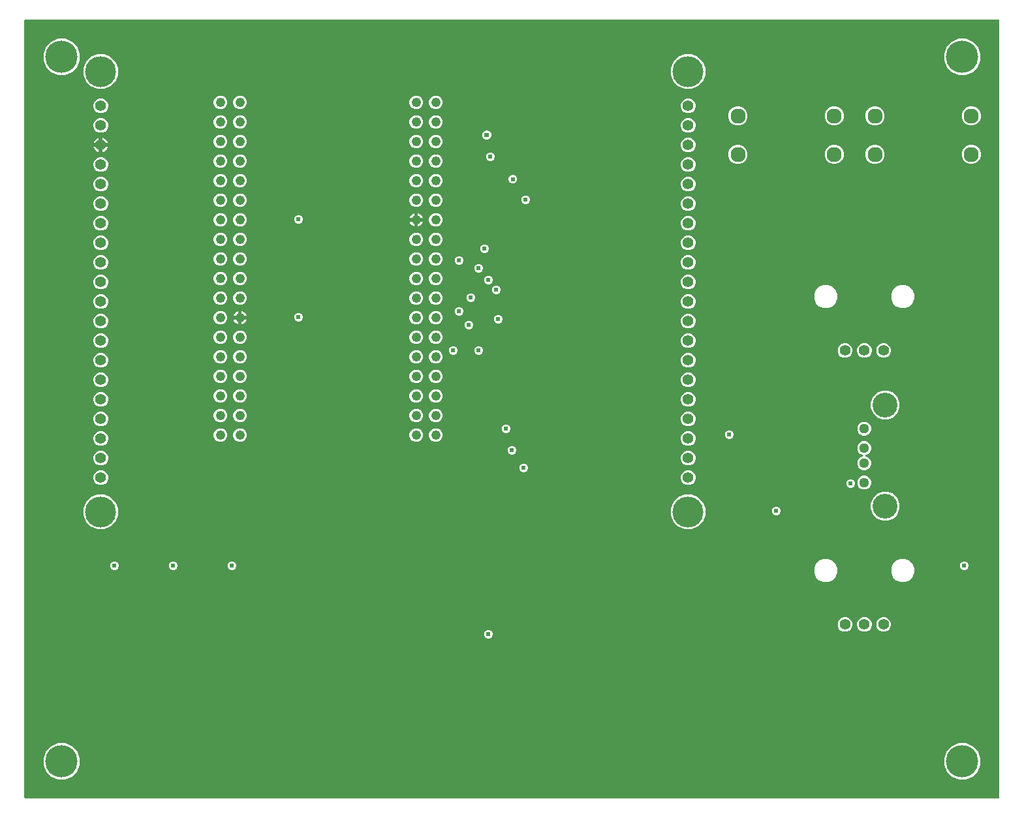
<source format=gbr>
G04 EAGLE Gerber RS-274X export*
G75*
%MOMM*%
%FSLAX34Y34*%
%LPD*%
%INCopper Layer 15*%
%IPPOS*%
%AMOC8*
5,1,8,0,0,1.08239X$1,22.5*%
G01*
%ADD10C,1.288000*%
%ADD11C,3.220000*%
%ADD12C,1.400000*%
%ADD13C,4.016000*%
%ADD14C,4.191000*%
%ADD15C,1.960000*%
%ADD16C,1.244600*%
%ADD17C,0.609600*%

G36*
X1266308Y2556D02*
X1266308Y2556D01*
X1266427Y2563D01*
X1266465Y2576D01*
X1266506Y2581D01*
X1266616Y2624D01*
X1266729Y2661D01*
X1266764Y2683D01*
X1266801Y2698D01*
X1266897Y2767D01*
X1266998Y2831D01*
X1267026Y2861D01*
X1267059Y2884D01*
X1267135Y2976D01*
X1267216Y3063D01*
X1267236Y3098D01*
X1267261Y3129D01*
X1267312Y3237D01*
X1267370Y3341D01*
X1267380Y3381D01*
X1267397Y3417D01*
X1267419Y3534D01*
X1267449Y3649D01*
X1267453Y3709D01*
X1267457Y3729D01*
X1267455Y3750D01*
X1267459Y3810D01*
X1267459Y1012190D01*
X1267444Y1012308D01*
X1267437Y1012427D01*
X1267424Y1012465D01*
X1267419Y1012506D01*
X1267376Y1012616D01*
X1267339Y1012729D01*
X1267317Y1012764D01*
X1267302Y1012801D01*
X1267233Y1012897D01*
X1267169Y1012998D01*
X1267139Y1013026D01*
X1267116Y1013059D01*
X1267024Y1013135D01*
X1266937Y1013216D01*
X1266902Y1013236D01*
X1266871Y1013261D01*
X1266763Y1013312D01*
X1266659Y1013370D01*
X1266619Y1013380D01*
X1266583Y1013397D01*
X1266466Y1013419D01*
X1266351Y1013449D01*
X1266291Y1013453D01*
X1266271Y1013457D01*
X1266250Y1013455D01*
X1266190Y1013459D01*
X3810Y1013459D01*
X3692Y1013444D01*
X3573Y1013437D01*
X3535Y1013424D01*
X3494Y1013419D01*
X3384Y1013376D01*
X3271Y1013339D01*
X3236Y1013317D01*
X3199Y1013302D01*
X3103Y1013233D01*
X3002Y1013169D01*
X2974Y1013139D01*
X2941Y1013116D01*
X2865Y1013024D01*
X2784Y1012937D01*
X2764Y1012902D01*
X2739Y1012871D01*
X2688Y1012763D01*
X2630Y1012659D01*
X2620Y1012619D01*
X2603Y1012583D01*
X2581Y1012466D01*
X2551Y1012351D01*
X2547Y1012291D01*
X2543Y1012271D01*
X2545Y1012250D01*
X2541Y1012190D01*
X2541Y3810D01*
X2556Y3692D01*
X2563Y3573D01*
X2576Y3535D01*
X2581Y3494D01*
X2624Y3384D01*
X2661Y3271D01*
X2683Y3236D01*
X2698Y3199D01*
X2767Y3103D01*
X2831Y3002D01*
X2861Y2974D01*
X2884Y2941D01*
X2976Y2865D01*
X3063Y2784D01*
X3098Y2764D01*
X3129Y2739D01*
X3237Y2688D01*
X3341Y2630D01*
X3381Y2620D01*
X3417Y2603D01*
X3534Y2581D01*
X3649Y2551D01*
X3709Y2547D01*
X3729Y2543D01*
X3750Y2545D01*
X3810Y2541D01*
X1266190Y2541D01*
X1266308Y2556D01*
G37*
%LPC*%
G36*
X1214526Y941704D02*
X1214526Y941704D01*
X1205891Y945281D01*
X1199281Y951891D01*
X1195704Y960526D01*
X1195704Y969874D01*
X1199281Y978509D01*
X1205891Y985119D01*
X1214526Y988696D01*
X1223874Y988696D01*
X1232509Y985119D01*
X1239119Y978509D01*
X1242696Y969874D01*
X1242696Y960526D01*
X1239119Y951891D01*
X1232509Y945281D01*
X1223874Y941704D01*
X1214526Y941704D01*
G37*
%LPD*%
%LPC*%
G36*
X46126Y941704D02*
X46126Y941704D01*
X37491Y945281D01*
X30881Y951891D01*
X27304Y960526D01*
X27304Y969874D01*
X30881Y978509D01*
X37491Y985119D01*
X46126Y988696D01*
X55474Y988696D01*
X64109Y985119D01*
X70719Y978509D01*
X74296Y969874D01*
X74296Y960526D01*
X70719Y951891D01*
X64109Y945281D01*
X55474Y941704D01*
X46126Y941704D01*
G37*
%LPD*%
%LPC*%
G36*
X46126Y27304D02*
X46126Y27304D01*
X37491Y30881D01*
X30881Y37491D01*
X27304Y46126D01*
X27304Y55474D01*
X30881Y64109D01*
X37491Y70719D01*
X46126Y74296D01*
X55474Y74296D01*
X64109Y70719D01*
X70719Y64109D01*
X74296Y55474D01*
X74296Y46126D01*
X70719Y37491D01*
X64109Y30881D01*
X55474Y27304D01*
X46126Y27304D01*
G37*
%LPD*%
%LPC*%
G36*
X1214526Y27304D02*
X1214526Y27304D01*
X1205891Y30881D01*
X1199281Y37491D01*
X1195704Y46126D01*
X1195704Y55474D01*
X1199281Y64109D01*
X1205891Y70719D01*
X1214526Y74296D01*
X1223874Y74296D01*
X1232509Y70719D01*
X1239119Y64109D01*
X1242696Y55474D01*
X1242696Y46126D01*
X1239119Y37491D01*
X1232509Y30881D01*
X1223874Y27304D01*
X1214526Y27304D01*
G37*
%LPD*%
%LPC*%
G36*
X859100Y923529D02*
X859100Y923529D01*
X850786Y926973D01*
X844423Y933336D01*
X840979Y941650D01*
X840979Y950650D01*
X844423Y958964D01*
X850786Y965327D01*
X859100Y968771D01*
X868100Y968771D01*
X876414Y965327D01*
X882777Y958964D01*
X886221Y950650D01*
X886221Y941650D01*
X882777Y933336D01*
X876414Y926973D01*
X868100Y923529D01*
X859100Y923529D01*
G37*
%LPD*%
%LPC*%
G36*
X97100Y923529D02*
X97100Y923529D01*
X88786Y926973D01*
X82423Y933336D01*
X78979Y941650D01*
X78979Y950650D01*
X82423Y958964D01*
X88786Y965327D01*
X97100Y968771D01*
X106100Y968771D01*
X114414Y965327D01*
X120777Y958964D01*
X124221Y950650D01*
X124221Y941650D01*
X120777Y933336D01*
X114414Y926973D01*
X106100Y923529D01*
X97100Y923529D01*
G37*
%LPD*%
%LPC*%
G36*
X859100Y352029D02*
X859100Y352029D01*
X850786Y355473D01*
X844423Y361836D01*
X840979Y370150D01*
X840979Y379150D01*
X844423Y387464D01*
X850786Y393827D01*
X859100Y397271D01*
X868100Y397271D01*
X876414Y393827D01*
X882777Y387464D01*
X886221Y379150D01*
X886221Y370150D01*
X882777Y361836D01*
X876414Y355473D01*
X868100Y352029D01*
X859100Y352029D01*
G37*
%LPD*%
%LPC*%
G36*
X97100Y352029D02*
X97100Y352029D01*
X88786Y355473D01*
X82423Y361836D01*
X78979Y370150D01*
X78979Y379150D01*
X82423Y387464D01*
X88786Y393827D01*
X97100Y397271D01*
X106100Y397271D01*
X114414Y393827D01*
X120777Y387464D01*
X124221Y379150D01*
X124221Y370150D01*
X120777Y361836D01*
X114414Y355473D01*
X106100Y352029D01*
X97100Y352029D01*
G37*
%LPD*%
%LPC*%
G36*
X1115592Y363259D02*
X1115592Y363259D01*
X1108741Y366097D01*
X1103497Y371341D01*
X1100659Y378192D01*
X1100659Y385608D01*
X1103497Y392459D01*
X1108741Y397703D01*
X1115592Y400541D01*
X1123008Y400541D01*
X1129859Y397703D01*
X1135103Y392459D01*
X1137941Y385608D01*
X1137941Y378192D01*
X1135103Y371341D01*
X1129859Y366097D01*
X1123008Y363259D01*
X1115592Y363259D01*
G37*
%LPD*%
%LPC*%
G36*
X1115592Y494659D02*
X1115592Y494659D01*
X1108741Y497497D01*
X1103497Y502741D01*
X1100659Y509592D01*
X1100659Y517008D01*
X1103497Y523859D01*
X1108741Y529103D01*
X1115592Y531941D01*
X1123008Y531941D01*
X1129859Y529103D01*
X1135103Y523859D01*
X1137941Y517008D01*
X1137941Y509592D01*
X1135103Y502741D01*
X1129859Y497497D01*
X1123008Y494659D01*
X1115592Y494659D01*
G37*
%LPD*%
%LPC*%
G36*
X1139208Y639159D02*
X1139208Y639159D01*
X1133680Y641449D01*
X1129449Y645680D01*
X1127159Y651208D01*
X1127159Y657192D01*
X1129449Y662720D01*
X1133680Y666951D01*
X1139208Y669241D01*
X1145192Y669241D01*
X1150720Y666951D01*
X1154951Y662720D01*
X1157241Y657192D01*
X1157241Y651208D01*
X1154951Y645680D01*
X1150720Y641449D01*
X1145192Y639159D01*
X1139208Y639159D01*
G37*
%LPD*%
%LPC*%
G36*
X1039208Y639159D02*
X1039208Y639159D01*
X1033680Y641449D01*
X1029449Y645680D01*
X1027159Y651208D01*
X1027159Y657192D01*
X1029449Y662720D01*
X1033680Y666951D01*
X1039208Y669241D01*
X1045192Y669241D01*
X1050720Y666951D01*
X1054951Y662720D01*
X1057241Y657192D01*
X1057241Y651208D01*
X1054951Y645680D01*
X1050720Y641449D01*
X1045192Y639159D01*
X1039208Y639159D01*
G37*
%LPD*%
%LPC*%
G36*
X1139208Y283559D02*
X1139208Y283559D01*
X1133680Y285849D01*
X1129449Y290080D01*
X1127159Y295608D01*
X1127159Y301592D01*
X1129449Y307120D01*
X1133680Y311351D01*
X1139208Y313641D01*
X1145192Y313641D01*
X1150720Y311351D01*
X1154951Y307120D01*
X1157241Y301592D01*
X1157241Y295608D01*
X1154951Y290080D01*
X1150720Y285849D01*
X1145192Y283559D01*
X1139208Y283559D01*
G37*
%LPD*%
%LPC*%
G36*
X1039208Y283559D02*
X1039208Y283559D01*
X1033680Y285849D01*
X1029449Y290080D01*
X1027159Y295608D01*
X1027159Y301592D01*
X1029449Y307120D01*
X1033680Y311351D01*
X1039208Y313641D01*
X1045192Y313641D01*
X1050720Y311351D01*
X1054951Y307120D01*
X1057241Y301592D01*
X1057241Y295608D01*
X1054951Y290080D01*
X1050720Y285849D01*
X1045192Y283559D01*
X1039208Y283559D01*
G37*
%LPD*%
%LPC*%
G36*
X1090414Y428619D02*
X1090414Y428619D01*
X1087113Y429986D01*
X1084586Y432513D01*
X1083219Y435814D01*
X1083219Y439386D01*
X1084586Y442687D01*
X1087113Y445214D01*
X1090043Y446427D01*
X1090164Y446496D01*
X1090287Y446561D01*
X1090302Y446575D01*
X1090320Y446585D01*
X1090420Y446682D01*
X1090522Y446775D01*
X1090533Y446792D01*
X1090548Y446806D01*
X1090621Y446925D01*
X1090697Y447041D01*
X1090704Y447060D01*
X1090714Y447077D01*
X1090755Y447210D01*
X1090800Y447342D01*
X1090802Y447362D01*
X1090808Y447381D01*
X1090815Y447520D01*
X1090826Y447659D01*
X1090822Y447679D01*
X1090823Y447699D01*
X1090795Y447835D01*
X1090771Y447972D01*
X1090763Y447991D01*
X1090759Y448010D01*
X1090697Y448136D01*
X1090641Y448262D01*
X1090628Y448278D01*
X1090619Y448296D01*
X1090529Y448402D01*
X1090442Y448510D01*
X1090426Y448523D01*
X1090413Y448538D01*
X1090299Y448618D01*
X1090188Y448702D01*
X1090163Y448714D01*
X1090153Y448721D01*
X1090133Y448728D01*
X1090043Y448773D01*
X1087113Y449986D01*
X1084586Y452513D01*
X1083219Y455814D01*
X1083219Y459386D01*
X1084586Y462687D01*
X1087113Y465214D01*
X1090414Y466581D01*
X1093986Y466581D01*
X1097287Y465214D01*
X1099814Y462687D01*
X1101181Y459386D01*
X1101181Y455814D01*
X1099814Y452513D01*
X1097287Y449986D01*
X1094357Y448773D01*
X1094236Y448704D01*
X1094113Y448639D01*
X1094098Y448625D01*
X1094080Y448615D01*
X1093980Y448518D01*
X1093878Y448425D01*
X1093866Y448408D01*
X1093852Y448394D01*
X1093779Y448276D01*
X1093703Y448159D01*
X1093696Y448140D01*
X1093686Y448123D01*
X1093645Y447990D01*
X1093600Y447858D01*
X1093598Y447838D01*
X1093592Y447819D01*
X1093585Y447680D01*
X1093574Y447541D01*
X1093578Y447521D01*
X1093577Y447501D01*
X1093605Y447365D01*
X1093629Y447228D01*
X1093637Y447209D01*
X1093641Y447190D01*
X1093702Y447065D01*
X1093759Y446938D01*
X1093772Y446922D01*
X1093781Y446904D01*
X1093871Y446798D01*
X1093958Y446690D01*
X1093974Y446677D01*
X1093987Y446662D01*
X1094101Y446582D01*
X1094212Y446498D01*
X1094237Y446486D01*
X1094247Y446479D01*
X1094267Y446472D01*
X1094357Y446427D01*
X1097287Y445214D01*
X1099814Y442687D01*
X1101181Y439386D01*
X1101181Y435814D01*
X1099814Y432513D01*
X1097287Y429986D01*
X1093986Y428619D01*
X1090414Y428619D01*
G37*
%LPD*%
%LPC*%
G36*
X1103445Y826259D02*
X1103445Y826259D01*
X1098910Y828138D01*
X1095438Y831610D01*
X1093559Y836145D01*
X1093559Y841055D01*
X1095438Y845590D01*
X1098910Y849062D01*
X1103445Y850941D01*
X1108355Y850941D01*
X1112890Y849062D01*
X1116362Y845590D01*
X1118241Y841055D01*
X1118241Y836145D01*
X1116362Y831610D01*
X1112890Y828138D01*
X1108355Y826259D01*
X1103445Y826259D01*
G37*
%LPD*%
%LPC*%
G36*
X1050645Y826259D02*
X1050645Y826259D01*
X1046110Y828138D01*
X1042638Y831610D01*
X1040759Y836145D01*
X1040759Y841055D01*
X1042638Y845590D01*
X1046110Y849062D01*
X1050645Y850941D01*
X1055555Y850941D01*
X1060090Y849062D01*
X1063562Y845590D01*
X1065441Y841055D01*
X1065441Y836145D01*
X1063562Y831610D01*
X1060090Y828138D01*
X1055555Y826259D01*
X1050645Y826259D01*
G37*
%LPD*%
%LPC*%
G36*
X925645Y826259D02*
X925645Y826259D01*
X921110Y828138D01*
X917638Y831610D01*
X915759Y836145D01*
X915759Y841055D01*
X917638Y845590D01*
X921110Y849062D01*
X925645Y850941D01*
X930555Y850941D01*
X935090Y849062D01*
X938562Y845590D01*
X940441Y841055D01*
X940441Y836145D01*
X938562Y831610D01*
X935090Y828138D01*
X930555Y826259D01*
X925645Y826259D01*
G37*
%LPD*%
%LPC*%
G36*
X1228445Y876259D02*
X1228445Y876259D01*
X1223910Y878138D01*
X1220438Y881610D01*
X1218559Y886145D01*
X1218559Y891055D01*
X1220438Y895590D01*
X1223910Y899062D01*
X1228445Y900941D01*
X1233355Y900941D01*
X1237890Y899062D01*
X1241362Y895590D01*
X1243241Y891055D01*
X1243241Y886145D01*
X1241362Y881610D01*
X1237890Y878138D01*
X1233355Y876259D01*
X1228445Y876259D01*
G37*
%LPD*%
%LPC*%
G36*
X1103445Y876259D02*
X1103445Y876259D01*
X1098910Y878138D01*
X1095438Y881610D01*
X1093559Y886145D01*
X1093559Y891055D01*
X1095438Y895590D01*
X1098910Y899062D01*
X1103445Y900941D01*
X1108355Y900941D01*
X1112890Y899062D01*
X1116362Y895590D01*
X1118241Y891055D01*
X1118241Y886145D01*
X1116362Y881610D01*
X1112890Y878138D01*
X1108355Y876259D01*
X1103445Y876259D01*
G37*
%LPD*%
%LPC*%
G36*
X1050645Y876259D02*
X1050645Y876259D01*
X1046110Y878138D01*
X1042638Y881610D01*
X1040759Y886145D01*
X1040759Y891055D01*
X1042638Y895590D01*
X1046110Y899062D01*
X1050645Y900941D01*
X1055555Y900941D01*
X1060090Y899062D01*
X1063562Y895590D01*
X1065441Y891055D01*
X1065441Y886145D01*
X1063562Y881610D01*
X1060090Y878138D01*
X1055555Y876259D01*
X1050645Y876259D01*
G37*
%LPD*%
%LPC*%
G36*
X925645Y876259D02*
X925645Y876259D01*
X921110Y878138D01*
X917638Y881610D01*
X915759Y886145D01*
X915759Y891055D01*
X917638Y895590D01*
X921110Y899062D01*
X925645Y900941D01*
X930555Y900941D01*
X935090Y899062D01*
X938562Y895590D01*
X940441Y891055D01*
X940441Y886145D01*
X938562Y881610D01*
X935090Y878138D01*
X930555Y876259D01*
X925645Y876259D01*
G37*
%LPD*%
%LPC*%
G36*
X1228445Y826259D02*
X1228445Y826259D01*
X1223910Y828138D01*
X1220438Y831610D01*
X1218559Y836145D01*
X1218559Y841055D01*
X1220438Y845590D01*
X1223910Y849062D01*
X1228445Y850941D01*
X1233355Y850941D01*
X1237890Y849062D01*
X1241362Y845590D01*
X1243241Y841055D01*
X1243241Y836145D01*
X1241362Y831610D01*
X1237890Y828138D01*
X1233355Y826259D01*
X1228445Y826259D01*
G37*
%LPD*%
%LPC*%
G36*
X1065302Y574659D02*
X1065302Y574659D01*
X1061796Y576112D01*
X1059112Y578796D01*
X1057659Y582302D01*
X1057659Y586098D01*
X1059112Y589604D01*
X1061796Y592288D01*
X1065302Y593741D01*
X1069098Y593741D01*
X1072604Y592288D01*
X1075288Y589604D01*
X1076741Y586098D01*
X1076741Y582302D01*
X1075288Y578796D01*
X1072604Y576112D01*
X1069098Y574659D01*
X1065302Y574659D01*
G37*
%LPD*%
%LPC*%
G36*
X861702Y866759D02*
X861702Y866759D01*
X858196Y868212D01*
X855512Y870896D01*
X854059Y874402D01*
X854059Y878198D01*
X855512Y881704D01*
X858196Y884388D01*
X861702Y885841D01*
X865498Y885841D01*
X869004Y884388D01*
X871688Y881704D01*
X873141Y878198D01*
X873141Y874402D01*
X871688Y870896D01*
X869004Y868212D01*
X865498Y866759D01*
X861702Y866759D01*
G37*
%LPD*%
%LPC*%
G36*
X99702Y866759D02*
X99702Y866759D01*
X96196Y868212D01*
X93512Y870896D01*
X92059Y874402D01*
X92059Y878198D01*
X93512Y881704D01*
X96196Y884388D01*
X99702Y885841D01*
X103498Y885841D01*
X107004Y884388D01*
X109688Y881704D01*
X111141Y878198D01*
X111141Y874402D01*
X109688Y870896D01*
X107004Y868212D01*
X103498Y866759D01*
X99702Y866759D01*
G37*
%LPD*%
%LPC*%
G36*
X99702Y511159D02*
X99702Y511159D01*
X96196Y512612D01*
X93512Y515296D01*
X92059Y518802D01*
X92059Y522598D01*
X93512Y526104D01*
X96196Y528788D01*
X99702Y530241D01*
X103498Y530241D01*
X107004Y528788D01*
X109688Y526104D01*
X111141Y522598D01*
X111141Y518802D01*
X109688Y515296D01*
X107004Y512612D01*
X103498Y511159D01*
X99702Y511159D01*
G37*
%LPD*%
%LPC*%
G36*
X861702Y434959D02*
X861702Y434959D01*
X858196Y436412D01*
X855512Y439096D01*
X854059Y442602D01*
X854059Y446398D01*
X855512Y449904D01*
X858196Y452588D01*
X861702Y454041D01*
X865498Y454041D01*
X869004Y452588D01*
X871688Y449904D01*
X873141Y446398D01*
X873141Y442602D01*
X871688Y439096D01*
X869004Y436412D01*
X865498Y434959D01*
X861702Y434959D01*
G37*
%LPD*%
%LPC*%
G36*
X1090302Y574659D02*
X1090302Y574659D01*
X1086796Y576112D01*
X1084112Y578796D01*
X1082659Y582302D01*
X1082659Y586098D01*
X1084112Y589604D01*
X1086796Y592288D01*
X1090302Y593741D01*
X1094098Y593741D01*
X1097604Y592288D01*
X1100288Y589604D01*
X1101741Y586098D01*
X1101741Y582302D01*
X1100288Y578796D01*
X1097604Y576112D01*
X1094098Y574659D01*
X1090302Y574659D01*
G37*
%LPD*%
%LPC*%
G36*
X1115302Y574659D02*
X1115302Y574659D01*
X1111796Y576112D01*
X1109112Y578796D01*
X1107659Y582302D01*
X1107659Y586098D01*
X1109112Y589604D01*
X1111796Y592288D01*
X1115302Y593741D01*
X1119098Y593741D01*
X1122604Y592288D01*
X1125288Y589604D01*
X1126741Y586098D01*
X1126741Y582302D01*
X1125288Y578796D01*
X1122604Y576112D01*
X1119098Y574659D01*
X1115302Y574659D01*
G37*
%LPD*%
%LPC*%
G36*
X861702Y739759D02*
X861702Y739759D01*
X858196Y741212D01*
X855512Y743896D01*
X854059Y747402D01*
X854059Y751198D01*
X855512Y754704D01*
X858196Y757388D01*
X861702Y758841D01*
X865498Y758841D01*
X869004Y757388D01*
X871688Y754704D01*
X873141Y751198D01*
X873141Y747402D01*
X871688Y743896D01*
X869004Y741212D01*
X865498Y739759D01*
X861702Y739759D01*
G37*
%LPD*%
%LPC*%
G36*
X861702Y841359D02*
X861702Y841359D01*
X858196Y842812D01*
X855512Y845496D01*
X854059Y849002D01*
X854059Y852798D01*
X855512Y856304D01*
X858196Y858988D01*
X861702Y860441D01*
X865498Y860441D01*
X869004Y858988D01*
X871688Y856304D01*
X873141Y852798D01*
X873141Y849002D01*
X871688Y845496D01*
X869004Y842812D01*
X865498Y841359D01*
X861702Y841359D01*
G37*
%LPD*%
%LPC*%
G36*
X861702Y511159D02*
X861702Y511159D01*
X858196Y512612D01*
X855512Y515296D01*
X854059Y518802D01*
X854059Y522598D01*
X855512Y526104D01*
X858196Y528788D01*
X861702Y530241D01*
X865498Y530241D01*
X869004Y528788D01*
X871688Y526104D01*
X873141Y522598D01*
X873141Y518802D01*
X871688Y515296D01*
X869004Y512612D01*
X865498Y511159D01*
X861702Y511159D01*
G37*
%LPD*%
%LPC*%
G36*
X99702Y536559D02*
X99702Y536559D01*
X96196Y538012D01*
X93512Y540696D01*
X92059Y544202D01*
X92059Y547998D01*
X93512Y551504D01*
X96196Y554188D01*
X99702Y555641D01*
X103498Y555641D01*
X107004Y554188D01*
X109688Y551504D01*
X111141Y547998D01*
X111141Y544202D01*
X109688Y540696D01*
X107004Y538012D01*
X103498Y536559D01*
X99702Y536559D01*
G37*
%LPD*%
%LPC*%
G36*
X99702Y765159D02*
X99702Y765159D01*
X96196Y766612D01*
X93512Y769296D01*
X92059Y772802D01*
X92059Y776598D01*
X93512Y780104D01*
X96196Y782788D01*
X99702Y784241D01*
X103498Y784241D01*
X107004Y782788D01*
X109688Y780104D01*
X111141Y776598D01*
X111141Y772802D01*
X109688Y769296D01*
X107004Y766612D01*
X103498Y765159D01*
X99702Y765159D01*
G37*
%LPD*%
%LPC*%
G36*
X99702Y739759D02*
X99702Y739759D01*
X96196Y741212D01*
X93512Y743896D01*
X92059Y747402D01*
X92059Y751198D01*
X93512Y754704D01*
X96196Y757388D01*
X99702Y758841D01*
X103498Y758841D01*
X107004Y757388D01*
X109688Y754704D01*
X111141Y751198D01*
X111141Y747402D01*
X109688Y743896D01*
X107004Y741212D01*
X103498Y739759D01*
X99702Y739759D01*
G37*
%LPD*%
%LPC*%
G36*
X99702Y587359D02*
X99702Y587359D01*
X96196Y588812D01*
X93512Y591496D01*
X92059Y595002D01*
X92059Y598798D01*
X93512Y602304D01*
X96196Y604988D01*
X99702Y606441D01*
X103498Y606441D01*
X107004Y604988D01*
X109688Y602304D01*
X111141Y598798D01*
X111141Y595002D01*
X109688Y591496D01*
X107004Y588812D01*
X103498Y587359D01*
X99702Y587359D01*
G37*
%LPD*%
%LPC*%
G36*
X861702Y587359D02*
X861702Y587359D01*
X858196Y588812D01*
X855512Y591496D01*
X854059Y595002D01*
X854059Y598798D01*
X855512Y602304D01*
X858196Y604988D01*
X861702Y606441D01*
X865498Y606441D01*
X869004Y604988D01*
X871688Y602304D01*
X873141Y598798D01*
X873141Y595002D01*
X871688Y591496D01*
X869004Y588812D01*
X865498Y587359D01*
X861702Y587359D01*
G37*
%LPD*%
%LPC*%
G36*
X99702Y688959D02*
X99702Y688959D01*
X96196Y690412D01*
X93512Y693096D01*
X92059Y696602D01*
X92059Y700398D01*
X93512Y703904D01*
X96196Y706588D01*
X99702Y708041D01*
X103498Y708041D01*
X107004Y706588D01*
X109688Y703904D01*
X111141Y700398D01*
X111141Y696602D01*
X109688Y693096D01*
X107004Y690412D01*
X103498Y688959D01*
X99702Y688959D01*
G37*
%LPD*%
%LPC*%
G36*
X861702Y815959D02*
X861702Y815959D01*
X858196Y817412D01*
X855512Y820096D01*
X854059Y823602D01*
X854059Y827398D01*
X855512Y830904D01*
X858196Y833588D01*
X861702Y835041D01*
X865498Y835041D01*
X869004Y833588D01*
X871688Y830904D01*
X873141Y827398D01*
X873141Y823602D01*
X871688Y820096D01*
X869004Y817412D01*
X865498Y815959D01*
X861702Y815959D01*
G37*
%LPD*%
%LPC*%
G36*
X99702Y815959D02*
X99702Y815959D01*
X96196Y817412D01*
X93512Y820096D01*
X92059Y823602D01*
X92059Y827398D01*
X93512Y830904D01*
X96196Y833588D01*
X99702Y835041D01*
X103498Y835041D01*
X107004Y833588D01*
X109688Y830904D01*
X111141Y827398D01*
X111141Y823602D01*
X109688Y820096D01*
X107004Y817412D01*
X103498Y815959D01*
X99702Y815959D01*
G37*
%LPD*%
%LPC*%
G36*
X861702Y612759D02*
X861702Y612759D01*
X858196Y614212D01*
X855512Y616896D01*
X854059Y620402D01*
X854059Y624198D01*
X855512Y627704D01*
X858196Y630388D01*
X861702Y631841D01*
X865498Y631841D01*
X869004Y630388D01*
X871688Y627704D01*
X873141Y624198D01*
X873141Y620402D01*
X871688Y616896D01*
X869004Y614212D01*
X865498Y612759D01*
X861702Y612759D01*
G37*
%LPD*%
%LPC*%
G36*
X99702Y638159D02*
X99702Y638159D01*
X96196Y639612D01*
X93512Y642296D01*
X92059Y645802D01*
X92059Y649598D01*
X93512Y653104D01*
X96196Y655788D01*
X99702Y657241D01*
X103498Y657241D01*
X107004Y655788D01*
X109688Y653104D01*
X111141Y649598D01*
X111141Y645802D01*
X109688Y642296D01*
X107004Y639612D01*
X103498Y638159D01*
X99702Y638159D01*
G37*
%LPD*%
%LPC*%
G36*
X99702Y663559D02*
X99702Y663559D01*
X96196Y665012D01*
X93512Y667696D01*
X92059Y671202D01*
X92059Y674998D01*
X93512Y678504D01*
X96196Y681188D01*
X99702Y682641D01*
X103498Y682641D01*
X107004Y681188D01*
X109688Y678504D01*
X111141Y674998D01*
X111141Y671202D01*
X109688Y667696D01*
X107004Y665012D01*
X103498Y663559D01*
X99702Y663559D01*
G37*
%LPD*%
%LPC*%
G36*
X861702Y714359D02*
X861702Y714359D01*
X858196Y715812D01*
X855512Y718496D01*
X854059Y722002D01*
X854059Y725798D01*
X855512Y729304D01*
X858196Y731988D01*
X861702Y733441D01*
X865498Y733441D01*
X869004Y731988D01*
X871688Y729304D01*
X873141Y725798D01*
X873141Y722002D01*
X871688Y718496D01*
X869004Y715812D01*
X865498Y714359D01*
X861702Y714359D01*
G37*
%LPD*%
%LPC*%
G36*
X99702Y561959D02*
X99702Y561959D01*
X96196Y563412D01*
X93512Y566096D01*
X92059Y569602D01*
X92059Y573398D01*
X93512Y576904D01*
X96196Y579588D01*
X99702Y581041D01*
X103498Y581041D01*
X107004Y579588D01*
X109688Y576904D01*
X111141Y573398D01*
X111141Y569602D01*
X109688Y566096D01*
X107004Y563412D01*
X103498Y561959D01*
X99702Y561959D01*
G37*
%LPD*%
%LPC*%
G36*
X861702Y790559D02*
X861702Y790559D01*
X858196Y792012D01*
X855512Y794696D01*
X854059Y798202D01*
X854059Y801998D01*
X855512Y805504D01*
X858196Y808188D01*
X861702Y809641D01*
X865498Y809641D01*
X869004Y808188D01*
X871688Y805504D01*
X873141Y801998D01*
X873141Y798202D01*
X871688Y794696D01*
X869004Y792012D01*
X865498Y790559D01*
X861702Y790559D01*
G37*
%LPD*%
%LPC*%
G36*
X99702Y790559D02*
X99702Y790559D01*
X96196Y792012D01*
X93512Y794696D01*
X92059Y798202D01*
X92059Y801998D01*
X93512Y805504D01*
X96196Y808188D01*
X99702Y809641D01*
X103498Y809641D01*
X107004Y808188D01*
X109688Y805504D01*
X111141Y801998D01*
X111141Y798202D01*
X109688Y794696D01*
X107004Y792012D01*
X103498Y790559D01*
X99702Y790559D01*
G37*
%LPD*%
%LPC*%
G36*
X99702Y714359D02*
X99702Y714359D01*
X96196Y715812D01*
X93512Y718496D01*
X92059Y722002D01*
X92059Y725798D01*
X93512Y729304D01*
X96196Y731988D01*
X99702Y733441D01*
X103498Y733441D01*
X107004Y731988D01*
X109688Y729304D01*
X111141Y725798D01*
X111141Y722002D01*
X109688Y718496D01*
X107004Y715812D01*
X103498Y714359D01*
X99702Y714359D01*
G37*
%LPD*%
%LPC*%
G36*
X99702Y612759D02*
X99702Y612759D01*
X96196Y614212D01*
X93512Y616896D01*
X92059Y620402D01*
X92059Y624198D01*
X93512Y627704D01*
X96196Y630388D01*
X99702Y631841D01*
X103498Y631841D01*
X107004Y630388D01*
X109688Y627704D01*
X111141Y624198D01*
X111141Y620402D01*
X109688Y616896D01*
X107004Y614212D01*
X103498Y612759D01*
X99702Y612759D01*
G37*
%LPD*%
%LPC*%
G36*
X861702Y638159D02*
X861702Y638159D01*
X858196Y639612D01*
X855512Y642296D01*
X854059Y645802D01*
X854059Y649598D01*
X855512Y653104D01*
X858196Y655788D01*
X861702Y657241D01*
X865498Y657241D01*
X869004Y655788D01*
X871688Y653104D01*
X873141Y649598D01*
X873141Y645802D01*
X871688Y642296D01*
X869004Y639612D01*
X865498Y638159D01*
X861702Y638159D01*
G37*
%LPD*%
%LPC*%
G36*
X861702Y561959D02*
X861702Y561959D01*
X858196Y563412D01*
X855512Y566096D01*
X854059Y569602D01*
X854059Y573398D01*
X855512Y576904D01*
X858196Y579588D01*
X861702Y581041D01*
X865498Y581041D01*
X869004Y579588D01*
X871688Y576904D01*
X873141Y573398D01*
X873141Y569602D01*
X871688Y566096D01*
X869004Y563412D01*
X865498Y561959D01*
X861702Y561959D01*
G37*
%LPD*%
%LPC*%
G36*
X861702Y460359D02*
X861702Y460359D01*
X858196Y461812D01*
X855512Y464496D01*
X854059Y468002D01*
X854059Y471798D01*
X855512Y475304D01*
X858196Y477988D01*
X861702Y479441D01*
X865498Y479441D01*
X869004Y477988D01*
X871688Y475304D01*
X873141Y471798D01*
X873141Y468002D01*
X871688Y464496D01*
X869004Y461812D01*
X865498Y460359D01*
X861702Y460359D01*
G37*
%LPD*%
%LPC*%
G36*
X99702Y460359D02*
X99702Y460359D01*
X96196Y461812D01*
X93512Y464496D01*
X92059Y468002D01*
X92059Y471798D01*
X93512Y475304D01*
X96196Y477988D01*
X99702Y479441D01*
X103498Y479441D01*
X107004Y477988D01*
X109688Y475304D01*
X111141Y471798D01*
X111141Y468002D01*
X109688Y464496D01*
X107004Y461812D01*
X103498Y460359D01*
X99702Y460359D01*
G37*
%LPD*%
%LPC*%
G36*
X861702Y765159D02*
X861702Y765159D01*
X858196Y766612D01*
X855512Y769296D01*
X854059Y772802D01*
X854059Y776598D01*
X855512Y780104D01*
X858196Y782788D01*
X861702Y784241D01*
X865498Y784241D01*
X869004Y782788D01*
X871688Y780104D01*
X873141Y776598D01*
X873141Y772802D01*
X871688Y769296D01*
X869004Y766612D01*
X865498Y765159D01*
X861702Y765159D01*
G37*
%LPD*%
%LPC*%
G36*
X99702Y434959D02*
X99702Y434959D01*
X96196Y436412D01*
X93512Y439096D01*
X92059Y442602D01*
X92059Y446398D01*
X93512Y449904D01*
X96196Y452588D01*
X99702Y454041D01*
X103498Y454041D01*
X107004Y452588D01*
X109688Y449904D01*
X111141Y446398D01*
X111141Y442602D01*
X109688Y439096D01*
X107004Y436412D01*
X103498Y434959D01*
X99702Y434959D01*
G37*
%LPD*%
%LPC*%
G36*
X861702Y409559D02*
X861702Y409559D01*
X858196Y411012D01*
X855512Y413696D01*
X854059Y417202D01*
X854059Y420998D01*
X855512Y424504D01*
X858196Y427188D01*
X861702Y428641D01*
X865498Y428641D01*
X869004Y427188D01*
X871688Y424504D01*
X873141Y420998D01*
X873141Y417202D01*
X871688Y413696D01*
X869004Y411012D01*
X865498Y409559D01*
X861702Y409559D01*
G37*
%LPD*%
%LPC*%
G36*
X99702Y409559D02*
X99702Y409559D01*
X96196Y411012D01*
X93512Y413696D01*
X92059Y417202D01*
X92059Y420998D01*
X93512Y424504D01*
X96196Y427188D01*
X99702Y428641D01*
X103498Y428641D01*
X107004Y427188D01*
X109688Y424504D01*
X111141Y420998D01*
X111141Y417202D01*
X109688Y413696D01*
X107004Y411012D01*
X103498Y409559D01*
X99702Y409559D01*
G37*
%LPD*%
%LPC*%
G36*
X861702Y536559D02*
X861702Y536559D01*
X858196Y538012D01*
X855512Y540696D01*
X854059Y544202D01*
X854059Y547998D01*
X855512Y551504D01*
X858196Y554188D01*
X861702Y555641D01*
X865498Y555641D01*
X869004Y554188D01*
X871688Y551504D01*
X873141Y547998D01*
X873141Y544202D01*
X871688Y540696D01*
X869004Y538012D01*
X865498Y536559D01*
X861702Y536559D01*
G37*
%LPD*%
%LPC*%
G36*
X861702Y892159D02*
X861702Y892159D01*
X858196Y893612D01*
X855512Y896296D01*
X854059Y899802D01*
X854059Y903598D01*
X855512Y907104D01*
X858196Y909788D01*
X861702Y911241D01*
X865498Y911241D01*
X869004Y909788D01*
X871688Y907104D01*
X873141Y903598D01*
X873141Y899802D01*
X871688Y896296D01*
X869004Y893612D01*
X865498Y892159D01*
X861702Y892159D01*
G37*
%LPD*%
%LPC*%
G36*
X99702Y892159D02*
X99702Y892159D01*
X96196Y893612D01*
X93512Y896296D01*
X92059Y899802D01*
X92059Y903598D01*
X93512Y907104D01*
X96196Y909788D01*
X99702Y911241D01*
X103498Y911241D01*
X107004Y909788D01*
X109688Y907104D01*
X111141Y903598D01*
X111141Y899802D01*
X109688Y896296D01*
X107004Y893612D01*
X103498Y892159D01*
X99702Y892159D01*
G37*
%LPD*%
%LPC*%
G36*
X861702Y663559D02*
X861702Y663559D01*
X858196Y665012D01*
X855512Y667696D01*
X854059Y671202D01*
X854059Y674998D01*
X855512Y678504D01*
X858196Y681188D01*
X861702Y682641D01*
X865498Y682641D01*
X869004Y681188D01*
X871688Y678504D01*
X873141Y674998D01*
X873141Y671202D01*
X871688Y667696D01*
X869004Y665012D01*
X865498Y663559D01*
X861702Y663559D01*
G37*
%LPD*%
%LPC*%
G36*
X861702Y688959D02*
X861702Y688959D01*
X858196Y690412D01*
X855512Y693096D01*
X854059Y696602D01*
X854059Y700398D01*
X855512Y703904D01*
X858196Y706588D01*
X861702Y708041D01*
X865498Y708041D01*
X869004Y706588D01*
X871688Y703904D01*
X873141Y700398D01*
X873141Y696602D01*
X871688Y693096D01*
X869004Y690412D01*
X865498Y688959D01*
X861702Y688959D01*
G37*
%LPD*%
%LPC*%
G36*
X1115302Y219059D02*
X1115302Y219059D01*
X1111796Y220512D01*
X1109112Y223196D01*
X1107659Y226702D01*
X1107659Y230498D01*
X1109112Y234004D01*
X1111796Y236688D01*
X1115302Y238141D01*
X1119098Y238141D01*
X1122604Y236688D01*
X1125288Y234004D01*
X1126741Y230498D01*
X1126741Y226702D01*
X1125288Y223196D01*
X1122604Y220512D01*
X1119098Y219059D01*
X1115302Y219059D01*
G37*
%LPD*%
%LPC*%
G36*
X1090302Y219059D02*
X1090302Y219059D01*
X1086796Y220512D01*
X1084112Y223196D01*
X1082659Y226702D01*
X1082659Y230498D01*
X1084112Y234004D01*
X1086796Y236688D01*
X1090302Y238141D01*
X1094098Y238141D01*
X1097604Y236688D01*
X1100288Y234004D01*
X1101741Y230498D01*
X1101741Y226702D01*
X1100288Y223196D01*
X1097604Y220512D01*
X1094098Y219059D01*
X1090302Y219059D01*
G37*
%LPD*%
%LPC*%
G36*
X1065302Y219059D02*
X1065302Y219059D01*
X1061796Y220512D01*
X1059112Y223196D01*
X1057659Y226702D01*
X1057659Y230498D01*
X1059112Y234004D01*
X1061796Y236688D01*
X1065302Y238141D01*
X1069098Y238141D01*
X1072604Y236688D01*
X1075288Y234004D01*
X1076741Y230498D01*
X1076741Y226702D01*
X1075288Y223196D01*
X1072604Y220512D01*
X1069098Y219059D01*
X1065302Y219059D01*
G37*
%LPD*%
%LPC*%
G36*
X99702Y485759D02*
X99702Y485759D01*
X96196Y487212D01*
X93512Y489896D01*
X92059Y493402D01*
X92059Y497198D01*
X93512Y500704D01*
X96196Y503388D01*
X99702Y504841D01*
X103498Y504841D01*
X107004Y503388D01*
X109688Y500704D01*
X111141Y497198D01*
X111141Y493402D01*
X109688Y489896D01*
X107004Y487212D01*
X103498Y485759D01*
X99702Y485759D01*
G37*
%LPD*%
%LPC*%
G36*
X861702Y485759D02*
X861702Y485759D01*
X858196Y487212D01*
X855512Y489896D01*
X854059Y493402D01*
X854059Y497198D01*
X855512Y500704D01*
X858196Y503388D01*
X861702Y504841D01*
X865498Y504841D01*
X869004Y503388D01*
X871688Y500704D01*
X873141Y497198D01*
X873141Y493402D01*
X871688Y489896D01*
X869004Y487212D01*
X865498Y485759D01*
X861702Y485759D01*
G37*
%LPD*%
%LPC*%
G36*
X1090414Y403619D02*
X1090414Y403619D01*
X1087113Y404986D01*
X1084586Y407513D01*
X1083219Y410814D01*
X1083219Y414386D01*
X1084586Y417687D01*
X1087113Y420214D01*
X1090414Y421581D01*
X1093986Y421581D01*
X1097287Y420214D01*
X1099814Y417687D01*
X1101181Y414386D01*
X1101181Y410814D01*
X1099814Y407513D01*
X1097287Y404986D01*
X1093986Y403619D01*
X1090414Y403619D01*
G37*
%LPD*%
%LPC*%
G36*
X1090414Y473619D02*
X1090414Y473619D01*
X1087113Y474986D01*
X1084586Y477513D01*
X1083219Y480814D01*
X1083219Y484386D01*
X1084586Y487687D01*
X1087113Y490214D01*
X1090414Y491581D01*
X1093986Y491581D01*
X1097287Y490214D01*
X1099814Y487687D01*
X1101181Y484386D01*
X1101181Y480814D01*
X1099814Y477513D01*
X1097287Y474986D01*
X1093986Y473619D01*
X1090414Y473619D01*
G37*
%LPD*%
%LPC*%
G36*
X534457Y770336D02*
X534457Y770336D01*
X531236Y771670D01*
X528770Y774136D01*
X527436Y777357D01*
X527436Y780843D01*
X528770Y784064D01*
X531236Y786530D01*
X534457Y787864D01*
X537943Y787864D01*
X541164Y786530D01*
X543630Y784064D01*
X544964Y780843D01*
X544964Y777357D01*
X543630Y774136D01*
X541164Y771670D01*
X537943Y770336D01*
X534457Y770336D01*
G37*
%LPD*%
%LPC*%
G36*
X509057Y770336D02*
X509057Y770336D01*
X505836Y771670D01*
X503370Y774136D01*
X502036Y777357D01*
X502036Y780843D01*
X503370Y784064D01*
X505836Y786530D01*
X509057Y787864D01*
X512543Y787864D01*
X515764Y786530D01*
X518230Y784064D01*
X519564Y780843D01*
X519564Y777357D01*
X518230Y774136D01*
X515764Y771670D01*
X512543Y770336D01*
X509057Y770336D01*
G37*
%LPD*%
%LPC*%
G36*
X280457Y770336D02*
X280457Y770336D01*
X277236Y771670D01*
X274770Y774136D01*
X273436Y777357D01*
X273436Y780843D01*
X274770Y784064D01*
X277236Y786530D01*
X280457Y787864D01*
X283943Y787864D01*
X287164Y786530D01*
X289630Y784064D01*
X290964Y780843D01*
X290964Y777357D01*
X289630Y774136D01*
X287164Y771670D01*
X283943Y770336D01*
X280457Y770336D01*
G37*
%LPD*%
%LPC*%
G36*
X255057Y770336D02*
X255057Y770336D01*
X251836Y771670D01*
X249370Y774136D01*
X248036Y777357D01*
X248036Y780843D01*
X249370Y784064D01*
X251836Y786530D01*
X255057Y787864D01*
X258543Y787864D01*
X261764Y786530D01*
X264230Y784064D01*
X265564Y780843D01*
X265564Y777357D01*
X264230Y774136D01*
X261764Y771670D01*
X258543Y770336D01*
X255057Y770336D01*
G37*
%LPD*%
%LPC*%
G36*
X534457Y744936D02*
X534457Y744936D01*
X531236Y746270D01*
X528770Y748736D01*
X527436Y751957D01*
X527436Y755443D01*
X528770Y758664D01*
X531236Y761130D01*
X534457Y762464D01*
X537943Y762464D01*
X541164Y761130D01*
X543630Y758664D01*
X544964Y755443D01*
X544964Y751957D01*
X543630Y748736D01*
X541164Y746270D01*
X537943Y744936D01*
X534457Y744936D01*
G37*
%LPD*%
%LPC*%
G36*
X280457Y744936D02*
X280457Y744936D01*
X277236Y746270D01*
X274770Y748736D01*
X273436Y751957D01*
X273436Y755443D01*
X274770Y758664D01*
X277236Y761130D01*
X280457Y762464D01*
X283943Y762464D01*
X287164Y761130D01*
X289630Y758664D01*
X290964Y755443D01*
X290964Y751957D01*
X289630Y748736D01*
X287164Y746270D01*
X283943Y744936D01*
X280457Y744936D01*
G37*
%LPD*%
%LPC*%
G36*
X255057Y744936D02*
X255057Y744936D01*
X251836Y746270D01*
X249370Y748736D01*
X248036Y751957D01*
X248036Y755443D01*
X249370Y758664D01*
X251836Y761130D01*
X255057Y762464D01*
X258543Y762464D01*
X261764Y761130D01*
X264230Y758664D01*
X265564Y755443D01*
X265564Y751957D01*
X264230Y748736D01*
X261764Y746270D01*
X258543Y744936D01*
X255057Y744936D01*
G37*
%LPD*%
%LPC*%
G36*
X280457Y719536D02*
X280457Y719536D01*
X277236Y720870D01*
X274770Y723336D01*
X273436Y726557D01*
X273436Y730043D01*
X274770Y733264D01*
X277236Y735730D01*
X280457Y737064D01*
X283943Y737064D01*
X287164Y735730D01*
X289630Y733264D01*
X290964Y730043D01*
X290964Y726557D01*
X289630Y723336D01*
X287164Y720870D01*
X283943Y719536D01*
X280457Y719536D01*
G37*
%LPD*%
%LPC*%
G36*
X255057Y719536D02*
X255057Y719536D01*
X251836Y720870D01*
X249370Y723336D01*
X248036Y726557D01*
X248036Y730043D01*
X249370Y733264D01*
X251836Y735730D01*
X255057Y737064D01*
X258543Y737064D01*
X261764Y735730D01*
X264230Y733264D01*
X265564Y730043D01*
X265564Y726557D01*
X264230Y723336D01*
X261764Y720870D01*
X258543Y719536D01*
X255057Y719536D01*
G37*
%LPD*%
%LPC*%
G36*
X534457Y719536D02*
X534457Y719536D01*
X531236Y720870D01*
X528770Y723336D01*
X527436Y726557D01*
X527436Y730043D01*
X528770Y733264D01*
X531236Y735730D01*
X534457Y737064D01*
X537943Y737064D01*
X541164Y735730D01*
X543630Y733264D01*
X544964Y730043D01*
X544964Y726557D01*
X543630Y723336D01*
X541164Y720870D01*
X537943Y719536D01*
X534457Y719536D01*
G37*
%LPD*%
%LPC*%
G36*
X509057Y719536D02*
X509057Y719536D01*
X505836Y720870D01*
X503370Y723336D01*
X502036Y726557D01*
X502036Y730043D01*
X503370Y733264D01*
X505836Y735730D01*
X509057Y737064D01*
X512543Y737064D01*
X515764Y735730D01*
X518230Y733264D01*
X519564Y730043D01*
X519564Y726557D01*
X518230Y723336D01*
X515764Y720870D01*
X512543Y719536D01*
X509057Y719536D01*
G37*
%LPD*%
%LPC*%
G36*
X534457Y694136D02*
X534457Y694136D01*
X531236Y695470D01*
X528770Y697936D01*
X527436Y701157D01*
X527436Y704643D01*
X528770Y707864D01*
X531236Y710330D01*
X534457Y711664D01*
X537943Y711664D01*
X541164Y710330D01*
X543630Y707864D01*
X544964Y704643D01*
X544964Y701157D01*
X543630Y697936D01*
X541164Y695470D01*
X537943Y694136D01*
X534457Y694136D01*
G37*
%LPD*%
%LPC*%
G36*
X509057Y694136D02*
X509057Y694136D01*
X505836Y695470D01*
X503370Y697936D01*
X502036Y701157D01*
X502036Y704643D01*
X503370Y707864D01*
X505836Y710330D01*
X509057Y711664D01*
X512543Y711664D01*
X515764Y710330D01*
X518230Y707864D01*
X519564Y704643D01*
X519564Y701157D01*
X518230Y697936D01*
X515764Y695470D01*
X512543Y694136D01*
X509057Y694136D01*
G37*
%LPD*%
%LPC*%
G36*
X280457Y694136D02*
X280457Y694136D01*
X277236Y695470D01*
X274770Y697936D01*
X273436Y701157D01*
X273436Y704643D01*
X274770Y707864D01*
X277236Y710330D01*
X280457Y711664D01*
X283943Y711664D01*
X287164Y710330D01*
X289630Y707864D01*
X290964Y704643D01*
X290964Y701157D01*
X289630Y697936D01*
X287164Y695470D01*
X283943Y694136D01*
X280457Y694136D01*
G37*
%LPD*%
%LPC*%
G36*
X255057Y694136D02*
X255057Y694136D01*
X251836Y695470D01*
X249370Y697936D01*
X248036Y701157D01*
X248036Y704643D01*
X249370Y707864D01*
X251836Y710330D01*
X255057Y711664D01*
X258543Y711664D01*
X261764Y710330D01*
X264230Y707864D01*
X265564Y704643D01*
X265564Y701157D01*
X264230Y697936D01*
X261764Y695470D01*
X258543Y694136D01*
X255057Y694136D01*
G37*
%LPD*%
%LPC*%
G36*
X534457Y668736D02*
X534457Y668736D01*
X531236Y670070D01*
X528770Y672536D01*
X527436Y675757D01*
X527436Y679243D01*
X528770Y682464D01*
X531236Y684930D01*
X534457Y686264D01*
X537943Y686264D01*
X541164Y684930D01*
X543630Y682464D01*
X544964Y679243D01*
X544964Y675757D01*
X543630Y672536D01*
X541164Y670070D01*
X537943Y668736D01*
X534457Y668736D01*
G37*
%LPD*%
%LPC*%
G36*
X509057Y668736D02*
X509057Y668736D01*
X505836Y670070D01*
X503370Y672536D01*
X502036Y675757D01*
X502036Y679243D01*
X503370Y682464D01*
X505836Y684930D01*
X509057Y686264D01*
X512543Y686264D01*
X515764Y684930D01*
X518230Y682464D01*
X519564Y679243D01*
X519564Y675757D01*
X518230Y672536D01*
X515764Y670070D01*
X512543Y668736D01*
X509057Y668736D01*
G37*
%LPD*%
%LPC*%
G36*
X280457Y668736D02*
X280457Y668736D01*
X277236Y670070D01*
X274770Y672536D01*
X273436Y675757D01*
X273436Y679243D01*
X274770Y682464D01*
X277236Y684930D01*
X280457Y686264D01*
X283943Y686264D01*
X287164Y684930D01*
X289630Y682464D01*
X290964Y679243D01*
X290964Y675757D01*
X289630Y672536D01*
X287164Y670070D01*
X283943Y668736D01*
X280457Y668736D01*
G37*
%LPD*%
%LPC*%
G36*
X255057Y668736D02*
X255057Y668736D01*
X251836Y670070D01*
X249370Y672536D01*
X248036Y675757D01*
X248036Y679243D01*
X249370Y682464D01*
X251836Y684930D01*
X255057Y686264D01*
X258543Y686264D01*
X261764Y684930D01*
X264230Y682464D01*
X265564Y679243D01*
X265564Y675757D01*
X264230Y672536D01*
X261764Y670070D01*
X258543Y668736D01*
X255057Y668736D01*
G37*
%LPD*%
%LPC*%
G36*
X534457Y846536D02*
X534457Y846536D01*
X531236Y847870D01*
X528770Y850336D01*
X527436Y853557D01*
X527436Y857043D01*
X528770Y860264D01*
X531236Y862730D01*
X534457Y864064D01*
X537943Y864064D01*
X541164Y862730D01*
X543630Y860264D01*
X544964Y857043D01*
X544964Y853557D01*
X543630Y850336D01*
X541164Y847870D01*
X537943Y846536D01*
X534457Y846536D01*
G37*
%LPD*%
%LPC*%
G36*
X280457Y643336D02*
X280457Y643336D01*
X277236Y644670D01*
X274770Y647136D01*
X273436Y650357D01*
X273436Y653843D01*
X274770Y657064D01*
X277236Y659530D01*
X280457Y660864D01*
X283943Y660864D01*
X287164Y659530D01*
X289630Y657064D01*
X290964Y653843D01*
X290964Y650357D01*
X289630Y647136D01*
X287164Y644670D01*
X283943Y643336D01*
X280457Y643336D01*
G37*
%LPD*%
%LPC*%
G36*
X255057Y643336D02*
X255057Y643336D01*
X251836Y644670D01*
X249370Y647136D01*
X248036Y650357D01*
X248036Y653843D01*
X249370Y657064D01*
X251836Y659530D01*
X255057Y660864D01*
X258543Y660864D01*
X261764Y659530D01*
X264230Y657064D01*
X265564Y653843D01*
X265564Y650357D01*
X264230Y647136D01*
X261764Y644670D01*
X258543Y643336D01*
X255057Y643336D01*
G37*
%LPD*%
%LPC*%
G36*
X534457Y643336D02*
X534457Y643336D01*
X531236Y644670D01*
X528770Y647136D01*
X527436Y650357D01*
X527436Y653843D01*
X528770Y657064D01*
X531236Y659530D01*
X534457Y660864D01*
X537943Y660864D01*
X541164Y659530D01*
X543630Y657064D01*
X544964Y653843D01*
X544964Y650357D01*
X543630Y647136D01*
X541164Y644670D01*
X537943Y643336D01*
X534457Y643336D01*
G37*
%LPD*%
%LPC*%
G36*
X509057Y643336D02*
X509057Y643336D01*
X505836Y644670D01*
X503370Y647136D01*
X502036Y650357D01*
X502036Y653843D01*
X503370Y657064D01*
X505836Y659530D01*
X509057Y660864D01*
X512543Y660864D01*
X515764Y659530D01*
X518230Y657064D01*
X519564Y653843D01*
X519564Y650357D01*
X518230Y647136D01*
X515764Y644670D01*
X512543Y643336D01*
X509057Y643336D01*
G37*
%LPD*%
%LPC*%
G36*
X534457Y617936D02*
X534457Y617936D01*
X531236Y619270D01*
X528770Y621736D01*
X527436Y624957D01*
X527436Y628443D01*
X528770Y631664D01*
X531236Y634130D01*
X534457Y635464D01*
X537943Y635464D01*
X541164Y634130D01*
X543630Y631664D01*
X544964Y628443D01*
X544964Y624957D01*
X543630Y621736D01*
X541164Y619270D01*
X537943Y617936D01*
X534457Y617936D01*
G37*
%LPD*%
%LPC*%
G36*
X509057Y617936D02*
X509057Y617936D01*
X505836Y619270D01*
X503370Y621736D01*
X502036Y624957D01*
X502036Y628443D01*
X503370Y631664D01*
X505836Y634130D01*
X509057Y635464D01*
X512543Y635464D01*
X515764Y634130D01*
X518230Y631664D01*
X519564Y628443D01*
X519564Y624957D01*
X518230Y621736D01*
X515764Y619270D01*
X512543Y617936D01*
X509057Y617936D01*
G37*
%LPD*%
%LPC*%
G36*
X255057Y617936D02*
X255057Y617936D01*
X251836Y619270D01*
X249370Y621736D01*
X248036Y624957D01*
X248036Y628443D01*
X249370Y631664D01*
X251836Y634130D01*
X255057Y635464D01*
X258543Y635464D01*
X261764Y634130D01*
X264230Y631664D01*
X265564Y628443D01*
X265564Y624957D01*
X264230Y621736D01*
X261764Y619270D01*
X258543Y617936D01*
X255057Y617936D01*
G37*
%LPD*%
%LPC*%
G36*
X534457Y592536D02*
X534457Y592536D01*
X531236Y593870D01*
X528770Y596336D01*
X527436Y599557D01*
X527436Y603043D01*
X528770Y606264D01*
X531236Y608730D01*
X534457Y610064D01*
X537943Y610064D01*
X541164Y608730D01*
X543630Y606264D01*
X544964Y603043D01*
X544964Y599557D01*
X543630Y596336D01*
X541164Y593870D01*
X537943Y592536D01*
X534457Y592536D01*
G37*
%LPD*%
%LPC*%
G36*
X280457Y592536D02*
X280457Y592536D01*
X277236Y593870D01*
X274770Y596336D01*
X273436Y599557D01*
X273436Y603043D01*
X274770Y606264D01*
X277236Y608730D01*
X280457Y610064D01*
X283943Y610064D01*
X287164Y608730D01*
X289630Y606264D01*
X290964Y603043D01*
X290964Y599557D01*
X289630Y596336D01*
X287164Y593870D01*
X283943Y592536D01*
X280457Y592536D01*
G37*
%LPD*%
%LPC*%
G36*
X255057Y592536D02*
X255057Y592536D01*
X251836Y593870D01*
X249370Y596336D01*
X248036Y599557D01*
X248036Y603043D01*
X249370Y606264D01*
X251836Y608730D01*
X255057Y610064D01*
X258543Y610064D01*
X261764Y608730D01*
X264230Y606264D01*
X265564Y603043D01*
X265564Y599557D01*
X264230Y596336D01*
X261764Y593870D01*
X258543Y592536D01*
X255057Y592536D01*
G37*
%LPD*%
%LPC*%
G36*
X534457Y567136D02*
X534457Y567136D01*
X531236Y568470D01*
X528770Y570936D01*
X527436Y574157D01*
X527436Y577643D01*
X528770Y580864D01*
X531236Y583330D01*
X534457Y584664D01*
X537943Y584664D01*
X541164Y583330D01*
X543630Y580864D01*
X544964Y577643D01*
X544964Y574157D01*
X543630Y570936D01*
X541164Y568470D01*
X537943Y567136D01*
X534457Y567136D01*
G37*
%LPD*%
%LPC*%
G36*
X509057Y567136D02*
X509057Y567136D01*
X505836Y568470D01*
X503370Y570936D01*
X502036Y574157D01*
X502036Y577643D01*
X503370Y580864D01*
X505836Y583330D01*
X509057Y584664D01*
X512543Y584664D01*
X515764Y583330D01*
X518230Y580864D01*
X519564Y577643D01*
X519564Y574157D01*
X518230Y570936D01*
X515764Y568470D01*
X512543Y567136D01*
X509057Y567136D01*
G37*
%LPD*%
%LPC*%
G36*
X280457Y567136D02*
X280457Y567136D01*
X277236Y568470D01*
X274770Y570936D01*
X273436Y574157D01*
X273436Y577643D01*
X274770Y580864D01*
X277236Y583330D01*
X280457Y584664D01*
X283943Y584664D01*
X287164Y583330D01*
X289630Y580864D01*
X290964Y577643D01*
X290964Y574157D01*
X289630Y570936D01*
X287164Y568470D01*
X283943Y567136D01*
X280457Y567136D01*
G37*
%LPD*%
%LPC*%
G36*
X255057Y567136D02*
X255057Y567136D01*
X251836Y568470D01*
X249370Y570936D01*
X248036Y574157D01*
X248036Y577643D01*
X249370Y580864D01*
X251836Y583330D01*
X255057Y584664D01*
X258543Y584664D01*
X261764Y583330D01*
X264230Y580864D01*
X265564Y577643D01*
X265564Y574157D01*
X264230Y570936D01*
X261764Y568470D01*
X258543Y567136D01*
X255057Y567136D01*
G37*
%LPD*%
%LPC*%
G36*
X534457Y541736D02*
X534457Y541736D01*
X531236Y543070D01*
X528770Y545536D01*
X527436Y548757D01*
X527436Y552243D01*
X528770Y555464D01*
X531236Y557930D01*
X534457Y559264D01*
X537943Y559264D01*
X541164Y557930D01*
X543630Y555464D01*
X544964Y552243D01*
X544964Y548757D01*
X543630Y545536D01*
X541164Y543070D01*
X537943Y541736D01*
X534457Y541736D01*
G37*
%LPD*%
%LPC*%
G36*
X509057Y541736D02*
X509057Y541736D01*
X505836Y543070D01*
X503370Y545536D01*
X502036Y548757D01*
X502036Y552243D01*
X503370Y555464D01*
X505836Y557930D01*
X509057Y559264D01*
X512543Y559264D01*
X515764Y557930D01*
X518230Y555464D01*
X519564Y552243D01*
X519564Y548757D01*
X518230Y545536D01*
X515764Y543070D01*
X512543Y541736D01*
X509057Y541736D01*
G37*
%LPD*%
%LPC*%
G36*
X280457Y541736D02*
X280457Y541736D01*
X277236Y543070D01*
X274770Y545536D01*
X273436Y548757D01*
X273436Y552243D01*
X274770Y555464D01*
X277236Y557930D01*
X280457Y559264D01*
X283943Y559264D01*
X287164Y557930D01*
X289630Y555464D01*
X290964Y552243D01*
X290964Y548757D01*
X289630Y545536D01*
X287164Y543070D01*
X283943Y541736D01*
X280457Y541736D01*
G37*
%LPD*%
%LPC*%
G36*
X255057Y541736D02*
X255057Y541736D01*
X251836Y543070D01*
X249370Y545536D01*
X248036Y548757D01*
X248036Y552243D01*
X249370Y555464D01*
X251836Y557930D01*
X255057Y559264D01*
X258543Y559264D01*
X261764Y557930D01*
X264230Y555464D01*
X265564Y552243D01*
X265564Y548757D01*
X264230Y545536D01*
X261764Y543070D01*
X258543Y541736D01*
X255057Y541736D01*
G37*
%LPD*%
%LPC*%
G36*
X280457Y516336D02*
X280457Y516336D01*
X277236Y517670D01*
X274770Y520136D01*
X273436Y523357D01*
X273436Y526843D01*
X274770Y530064D01*
X277236Y532530D01*
X280457Y533864D01*
X283943Y533864D01*
X287164Y532530D01*
X289630Y530064D01*
X290964Y526843D01*
X290964Y523357D01*
X289630Y520136D01*
X287164Y517670D01*
X283943Y516336D01*
X280457Y516336D01*
G37*
%LPD*%
%LPC*%
G36*
X255057Y516336D02*
X255057Y516336D01*
X251836Y517670D01*
X249370Y520136D01*
X248036Y523357D01*
X248036Y526843D01*
X249370Y530064D01*
X251836Y532530D01*
X255057Y533864D01*
X258543Y533864D01*
X261764Y532530D01*
X264230Y530064D01*
X265564Y526843D01*
X265564Y523357D01*
X264230Y520136D01*
X261764Y517670D01*
X258543Y516336D01*
X255057Y516336D01*
G37*
%LPD*%
%LPC*%
G36*
X509057Y516336D02*
X509057Y516336D01*
X505836Y517670D01*
X503370Y520136D01*
X502036Y523357D01*
X502036Y526843D01*
X503370Y530064D01*
X505836Y532530D01*
X509057Y533864D01*
X512543Y533864D01*
X515764Y532530D01*
X518230Y530064D01*
X519564Y526843D01*
X519564Y523357D01*
X518230Y520136D01*
X515764Y517670D01*
X512543Y516336D01*
X509057Y516336D01*
G37*
%LPD*%
%LPC*%
G36*
X534457Y490936D02*
X534457Y490936D01*
X531236Y492270D01*
X528770Y494736D01*
X527436Y497957D01*
X527436Y501443D01*
X528770Y504664D01*
X531236Y507130D01*
X534457Y508464D01*
X537943Y508464D01*
X541164Y507130D01*
X543630Y504664D01*
X544964Y501443D01*
X544964Y497957D01*
X543630Y494736D01*
X541164Y492270D01*
X537943Y490936D01*
X534457Y490936D01*
G37*
%LPD*%
%LPC*%
G36*
X509057Y490936D02*
X509057Y490936D01*
X505836Y492270D01*
X503370Y494736D01*
X502036Y497957D01*
X502036Y501443D01*
X503370Y504664D01*
X505836Y507130D01*
X509057Y508464D01*
X512543Y508464D01*
X515764Y507130D01*
X518230Y504664D01*
X519564Y501443D01*
X519564Y497957D01*
X518230Y494736D01*
X515764Y492270D01*
X512543Y490936D01*
X509057Y490936D01*
G37*
%LPD*%
%LPC*%
G36*
X280457Y490936D02*
X280457Y490936D01*
X277236Y492270D01*
X274770Y494736D01*
X273436Y497957D01*
X273436Y501443D01*
X274770Y504664D01*
X277236Y507130D01*
X280457Y508464D01*
X283943Y508464D01*
X287164Y507130D01*
X289630Y504664D01*
X290964Y501443D01*
X290964Y497957D01*
X289630Y494736D01*
X287164Y492270D01*
X283943Y490936D01*
X280457Y490936D01*
G37*
%LPD*%
%LPC*%
G36*
X255057Y490936D02*
X255057Y490936D01*
X251836Y492270D01*
X249370Y494736D01*
X248036Y497957D01*
X248036Y501443D01*
X249370Y504664D01*
X251836Y507130D01*
X255057Y508464D01*
X258543Y508464D01*
X261764Y507130D01*
X264230Y504664D01*
X265564Y501443D01*
X265564Y497957D01*
X264230Y494736D01*
X261764Y492270D01*
X258543Y490936D01*
X255057Y490936D01*
G37*
%LPD*%
%LPC*%
G36*
X534457Y897336D02*
X534457Y897336D01*
X531236Y898670D01*
X528770Y901136D01*
X527436Y904357D01*
X527436Y907843D01*
X528770Y911064D01*
X531236Y913530D01*
X534457Y914864D01*
X537943Y914864D01*
X541164Y913530D01*
X543630Y911064D01*
X544964Y907843D01*
X544964Y904357D01*
X543630Y901136D01*
X541164Y898670D01*
X537943Y897336D01*
X534457Y897336D01*
G37*
%LPD*%
%LPC*%
G36*
X509057Y897336D02*
X509057Y897336D01*
X505836Y898670D01*
X503370Y901136D01*
X502036Y904357D01*
X502036Y907843D01*
X503370Y911064D01*
X505836Y913530D01*
X509057Y914864D01*
X512543Y914864D01*
X515764Y913530D01*
X518230Y911064D01*
X519564Y907843D01*
X519564Y904357D01*
X518230Y901136D01*
X515764Y898670D01*
X512543Y897336D01*
X509057Y897336D01*
G37*
%LPD*%
%LPC*%
G36*
X280457Y897336D02*
X280457Y897336D01*
X277236Y898670D01*
X274770Y901136D01*
X273436Y904357D01*
X273436Y907843D01*
X274770Y911064D01*
X277236Y913530D01*
X280457Y914864D01*
X283943Y914864D01*
X287164Y913530D01*
X289630Y911064D01*
X290964Y907843D01*
X290964Y904357D01*
X289630Y901136D01*
X287164Y898670D01*
X283943Y897336D01*
X280457Y897336D01*
G37*
%LPD*%
%LPC*%
G36*
X534457Y465536D02*
X534457Y465536D01*
X531236Y466870D01*
X528770Y469336D01*
X527436Y472557D01*
X527436Y476043D01*
X528770Y479264D01*
X531236Y481730D01*
X534457Y483064D01*
X537943Y483064D01*
X541164Y481730D01*
X543630Y479264D01*
X544964Y476043D01*
X544964Y472557D01*
X543630Y469336D01*
X541164Y466870D01*
X537943Y465536D01*
X534457Y465536D01*
G37*
%LPD*%
%LPC*%
G36*
X509057Y465536D02*
X509057Y465536D01*
X505836Y466870D01*
X503370Y469336D01*
X502036Y472557D01*
X502036Y476043D01*
X503370Y479264D01*
X505836Y481730D01*
X509057Y483064D01*
X512543Y483064D01*
X515764Y481730D01*
X518230Y479264D01*
X519564Y476043D01*
X519564Y472557D01*
X518230Y469336D01*
X515764Y466870D01*
X512543Y465536D01*
X509057Y465536D01*
G37*
%LPD*%
%LPC*%
G36*
X280457Y465536D02*
X280457Y465536D01*
X277236Y466870D01*
X274770Y469336D01*
X273436Y472557D01*
X273436Y476043D01*
X274770Y479264D01*
X277236Y481730D01*
X280457Y483064D01*
X283943Y483064D01*
X287164Y481730D01*
X289630Y479264D01*
X290964Y476043D01*
X290964Y472557D01*
X289630Y469336D01*
X287164Y466870D01*
X283943Y465536D01*
X280457Y465536D01*
G37*
%LPD*%
%LPC*%
G36*
X255057Y465536D02*
X255057Y465536D01*
X251836Y466870D01*
X249370Y469336D01*
X248036Y472557D01*
X248036Y476043D01*
X249370Y479264D01*
X251836Y481730D01*
X255057Y483064D01*
X258543Y483064D01*
X261764Y481730D01*
X264230Y479264D01*
X265564Y476043D01*
X265564Y472557D01*
X264230Y469336D01*
X261764Y466870D01*
X258543Y465536D01*
X255057Y465536D01*
G37*
%LPD*%
%LPC*%
G36*
X255057Y897336D02*
X255057Y897336D01*
X251836Y898670D01*
X249370Y901136D01*
X248036Y904357D01*
X248036Y907843D01*
X249370Y911064D01*
X251836Y913530D01*
X255057Y914864D01*
X258543Y914864D01*
X261764Y913530D01*
X264230Y911064D01*
X265564Y907843D01*
X265564Y904357D01*
X264230Y901136D01*
X261764Y898670D01*
X258543Y897336D01*
X255057Y897336D01*
G37*
%LPD*%
%LPC*%
G36*
X280457Y871936D02*
X280457Y871936D01*
X277236Y873270D01*
X274770Y875736D01*
X273436Y878957D01*
X273436Y882443D01*
X274770Y885664D01*
X277236Y888130D01*
X280457Y889464D01*
X283943Y889464D01*
X287164Y888130D01*
X289630Y885664D01*
X290964Y882443D01*
X290964Y878957D01*
X289630Y875736D01*
X287164Y873270D01*
X283943Y871936D01*
X280457Y871936D01*
G37*
%LPD*%
%LPC*%
G36*
X255057Y871936D02*
X255057Y871936D01*
X251836Y873270D01*
X249370Y875736D01*
X248036Y878957D01*
X248036Y882443D01*
X249370Y885664D01*
X251836Y888130D01*
X255057Y889464D01*
X258543Y889464D01*
X261764Y888130D01*
X264230Y885664D01*
X265564Y882443D01*
X265564Y878957D01*
X264230Y875736D01*
X261764Y873270D01*
X258543Y871936D01*
X255057Y871936D01*
G37*
%LPD*%
%LPC*%
G36*
X509057Y592536D02*
X509057Y592536D01*
X505836Y593870D01*
X503370Y596336D01*
X502036Y599557D01*
X502036Y603043D01*
X503370Y606264D01*
X505836Y608730D01*
X509057Y610064D01*
X512543Y610064D01*
X515764Y608730D01*
X518230Y606264D01*
X519564Y603043D01*
X519564Y599557D01*
X518230Y596336D01*
X515764Y593870D01*
X512543Y592536D01*
X509057Y592536D01*
G37*
%LPD*%
%LPC*%
G36*
X534457Y871936D02*
X534457Y871936D01*
X531236Y873270D01*
X528770Y875736D01*
X527436Y878957D01*
X527436Y882443D01*
X528770Y885664D01*
X531236Y888130D01*
X534457Y889464D01*
X537943Y889464D01*
X541164Y888130D01*
X543630Y885664D01*
X544964Y882443D01*
X544964Y878957D01*
X543630Y875736D01*
X541164Y873270D01*
X537943Y871936D01*
X534457Y871936D01*
G37*
%LPD*%
%LPC*%
G36*
X509057Y871936D02*
X509057Y871936D01*
X505836Y873270D01*
X503370Y875736D01*
X502036Y878957D01*
X502036Y882443D01*
X503370Y885664D01*
X505836Y888130D01*
X509057Y889464D01*
X512543Y889464D01*
X515764Y888130D01*
X518230Y885664D01*
X519564Y882443D01*
X519564Y878957D01*
X518230Y875736D01*
X515764Y873270D01*
X512543Y871936D01*
X509057Y871936D01*
G37*
%LPD*%
%LPC*%
G36*
X509057Y846536D02*
X509057Y846536D01*
X505836Y847870D01*
X503370Y850336D01*
X502036Y853557D01*
X502036Y857043D01*
X503370Y860264D01*
X505836Y862730D01*
X509057Y864064D01*
X512543Y864064D01*
X515764Y862730D01*
X518230Y860264D01*
X519564Y857043D01*
X519564Y853557D01*
X518230Y850336D01*
X515764Y847870D01*
X512543Y846536D01*
X509057Y846536D01*
G37*
%LPD*%
%LPC*%
G36*
X280457Y846536D02*
X280457Y846536D01*
X277236Y847870D01*
X274770Y850336D01*
X273436Y853557D01*
X273436Y857043D01*
X274770Y860264D01*
X277236Y862730D01*
X280457Y864064D01*
X283943Y864064D01*
X287164Y862730D01*
X289630Y860264D01*
X290964Y857043D01*
X290964Y853557D01*
X289630Y850336D01*
X287164Y847870D01*
X283943Y846536D01*
X280457Y846536D01*
G37*
%LPD*%
%LPC*%
G36*
X255057Y846536D02*
X255057Y846536D01*
X251836Y847870D01*
X249370Y850336D01*
X248036Y853557D01*
X248036Y857043D01*
X249370Y860264D01*
X251836Y862730D01*
X255057Y864064D01*
X258543Y864064D01*
X261764Y862730D01*
X264230Y860264D01*
X265564Y857043D01*
X265564Y853557D01*
X264230Y850336D01*
X261764Y847870D01*
X258543Y846536D01*
X255057Y846536D01*
G37*
%LPD*%
%LPC*%
G36*
X534457Y821136D02*
X534457Y821136D01*
X531236Y822470D01*
X528770Y824936D01*
X527436Y828157D01*
X527436Y831643D01*
X528770Y834864D01*
X531236Y837330D01*
X534457Y838664D01*
X537943Y838664D01*
X541164Y837330D01*
X543630Y834864D01*
X544964Y831643D01*
X544964Y828157D01*
X543630Y824936D01*
X541164Y822470D01*
X537943Y821136D01*
X534457Y821136D01*
G37*
%LPD*%
%LPC*%
G36*
X509057Y821136D02*
X509057Y821136D01*
X505836Y822470D01*
X503370Y824936D01*
X502036Y828157D01*
X502036Y831643D01*
X503370Y834864D01*
X505836Y837330D01*
X509057Y838664D01*
X512543Y838664D01*
X515764Y837330D01*
X518230Y834864D01*
X519564Y831643D01*
X519564Y828157D01*
X518230Y824936D01*
X515764Y822470D01*
X512543Y821136D01*
X509057Y821136D01*
G37*
%LPD*%
%LPC*%
G36*
X280457Y821136D02*
X280457Y821136D01*
X277236Y822470D01*
X274770Y824936D01*
X273436Y828157D01*
X273436Y831643D01*
X274770Y834864D01*
X277236Y837330D01*
X280457Y838664D01*
X283943Y838664D01*
X287164Y837330D01*
X289630Y834864D01*
X290964Y831643D01*
X290964Y828157D01*
X289630Y824936D01*
X287164Y822470D01*
X283943Y821136D01*
X280457Y821136D01*
G37*
%LPD*%
%LPC*%
G36*
X255057Y821136D02*
X255057Y821136D01*
X251836Y822470D01*
X249370Y824936D01*
X248036Y828157D01*
X248036Y831643D01*
X249370Y834864D01*
X251836Y837330D01*
X255057Y838664D01*
X258543Y838664D01*
X261764Y837330D01*
X264230Y834864D01*
X265564Y831643D01*
X265564Y828157D01*
X264230Y824936D01*
X261764Y822470D01*
X258543Y821136D01*
X255057Y821136D01*
G37*
%LPD*%
%LPC*%
G36*
X280457Y795736D02*
X280457Y795736D01*
X277236Y797070D01*
X274770Y799536D01*
X273436Y802757D01*
X273436Y806243D01*
X274770Y809464D01*
X277236Y811930D01*
X280457Y813264D01*
X283943Y813264D01*
X287164Y811930D01*
X289630Y809464D01*
X290964Y806243D01*
X290964Y802757D01*
X289630Y799536D01*
X287164Y797070D01*
X283943Y795736D01*
X280457Y795736D01*
G37*
%LPD*%
%LPC*%
G36*
X255057Y795736D02*
X255057Y795736D01*
X251836Y797070D01*
X249370Y799536D01*
X248036Y802757D01*
X248036Y806243D01*
X249370Y809464D01*
X251836Y811930D01*
X255057Y813264D01*
X258543Y813264D01*
X261764Y811930D01*
X264230Y809464D01*
X265564Y806243D01*
X265564Y802757D01*
X264230Y799536D01*
X261764Y797070D01*
X258543Y795736D01*
X255057Y795736D01*
G37*
%LPD*%
%LPC*%
G36*
X534457Y795736D02*
X534457Y795736D01*
X531236Y797070D01*
X528770Y799536D01*
X527436Y802757D01*
X527436Y806243D01*
X528770Y809464D01*
X531236Y811930D01*
X534457Y813264D01*
X537943Y813264D01*
X541164Y811930D01*
X543630Y809464D01*
X544964Y806243D01*
X544964Y802757D01*
X543630Y799536D01*
X541164Y797070D01*
X537943Y795736D01*
X534457Y795736D01*
G37*
%LPD*%
%LPC*%
G36*
X509057Y795736D02*
X509057Y795736D01*
X505836Y797070D01*
X503370Y799536D01*
X502036Y802757D01*
X502036Y806243D01*
X503370Y809464D01*
X505836Y811930D01*
X509057Y813264D01*
X512543Y813264D01*
X515764Y811930D01*
X518230Y809464D01*
X519564Y806243D01*
X519564Y802757D01*
X518230Y799536D01*
X515764Y797070D01*
X512543Y795736D01*
X509057Y795736D01*
G37*
%LPD*%
%LPC*%
G36*
X534457Y516336D02*
X534457Y516336D01*
X531236Y517670D01*
X528770Y520136D01*
X527436Y523357D01*
X527436Y526843D01*
X528770Y530064D01*
X531236Y532530D01*
X534457Y533864D01*
X537943Y533864D01*
X541164Y532530D01*
X543630Y530064D01*
X544964Y526843D01*
X544964Y523357D01*
X543630Y520136D01*
X541164Y517670D01*
X537943Y516336D01*
X534457Y516336D01*
G37*
%LPD*%
%LPC*%
G36*
X600868Y858011D02*
X600868Y858011D01*
X598814Y858862D01*
X597242Y860434D01*
X596391Y862488D01*
X596391Y864712D01*
X597242Y866766D01*
X599322Y868846D01*
X601376Y869697D01*
X603600Y869697D01*
X605654Y868846D01*
X607226Y867274D01*
X608077Y865220D01*
X608077Y862996D01*
X607226Y860942D01*
X605146Y858862D01*
X603092Y858011D01*
X600868Y858011D01*
G37*
%LPD*%
%LPC*%
G36*
X580548Y647191D02*
X580548Y647191D01*
X578494Y648042D01*
X576922Y649614D01*
X576071Y651668D01*
X576071Y653892D01*
X576922Y655946D01*
X578494Y657518D01*
X580548Y658369D01*
X582772Y658369D01*
X584826Y657518D01*
X586398Y655946D01*
X587249Y653892D01*
X587249Y651668D01*
X586398Y649614D01*
X584826Y648042D01*
X582772Y647191D01*
X580548Y647191D01*
G37*
%LPD*%
%LPC*%
G36*
X603408Y670051D02*
X603408Y670051D01*
X601354Y670902D01*
X599782Y672474D01*
X598931Y674528D01*
X598931Y676752D01*
X599782Y678806D01*
X601354Y680378D01*
X603408Y681229D01*
X605632Y681229D01*
X607686Y680378D01*
X609258Y678806D01*
X610109Y676752D01*
X610109Y674528D01*
X609258Y672474D01*
X607686Y670902D01*
X605632Y670051D01*
X603408Y670051D01*
G37*
%LPD*%
%LPC*%
G36*
X270668Y299211D02*
X270668Y299211D01*
X268614Y300062D01*
X267042Y301634D01*
X266191Y303688D01*
X266191Y305912D01*
X267042Y307966D01*
X268614Y309538D01*
X270668Y310389D01*
X272892Y310389D01*
X274946Y309538D01*
X276518Y307966D01*
X277369Y305912D01*
X277369Y303688D01*
X276518Y301634D01*
X274946Y300062D01*
X272892Y299211D01*
X270668Y299211D01*
G37*
%LPD*%
%LPC*%
G36*
X194468Y299211D02*
X194468Y299211D01*
X192414Y300062D01*
X190842Y301634D01*
X189991Y303688D01*
X189991Y305912D01*
X190842Y307966D01*
X192414Y309538D01*
X194468Y310389D01*
X196692Y310389D01*
X198746Y309538D01*
X200318Y307966D01*
X201169Y305912D01*
X201169Y303688D01*
X200318Y301634D01*
X198746Y300062D01*
X196692Y299211D01*
X194468Y299211D01*
G37*
%LPD*%
%LPC*%
G36*
X357028Y748791D02*
X357028Y748791D01*
X354974Y749642D01*
X353402Y751214D01*
X352551Y753268D01*
X352551Y755492D01*
X353402Y757546D01*
X354974Y759118D01*
X357028Y759969D01*
X359252Y759969D01*
X361306Y759118D01*
X362878Y757546D01*
X363729Y755492D01*
X363729Y753268D01*
X362878Y751214D01*
X361306Y749642D01*
X359252Y748791D01*
X357028Y748791D01*
G37*
%LPD*%
%LPC*%
G36*
X118268Y299211D02*
X118268Y299211D01*
X116214Y300062D01*
X114642Y301634D01*
X113791Y303688D01*
X113791Y305912D01*
X114642Y307966D01*
X116214Y309538D01*
X118268Y310389D01*
X120492Y310389D01*
X122546Y309538D01*
X124118Y307966D01*
X124969Y305912D01*
X124969Y303688D01*
X124118Y301634D01*
X122546Y300062D01*
X120492Y299211D01*
X118268Y299211D01*
G37*
%LPD*%
%LPC*%
G36*
X626268Y477011D02*
X626268Y477011D01*
X624214Y477862D01*
X622642Y479434D01*
X621791Y481488D01*
X621791Y483712D01*
X622642Y485766D01*
X624214Y487338D01*
X626268Y488189D01*
X628492Y488189D01*
X630546Y487338D01*
X632118Y485766D01*
X632969Y483712D01*
X632969Y481488D01*
X632118Y479434D01*
X630546Y477862D01*
X628492Y477011D01*
X626268Y477011D01*
G37*
%LPD*%
%LPC*%
G36*
X565308Y629411D02*
X565308Y629411D01*
X563254Y630262D01*
X561682Y631834D01*
X560831Y633888D01*
X560831Y636112D01*
X561682Y638166D01*
X563254Y639738D01*
X565308Y640589D01*
X567532Y640589D01*
X569586Y639738D01*
X571158Y638166D01*
X572009Y636112D01*
X572009Y633888D01*
X571158Y631834D01*
X569586Y630262D01*
X567532Y629411D01*
X565308Y629411D01*
G37*
%LPD*%
%LPC*%
G36*
X590708Y578611D02*
X590708Y578611D01*
X588654Y579462D01*
X587082Y581034D01*
X586231Y583088D01*
X586231Y585312D01*
X587082Y587366D01*
X588654Y588938D01*
X590708Y589789D01*
X592932Y589789D01*
X594986Y588938D01*
X596558Y587366D01*
X597409Y585312D01*
X597409Y583088D01*
X596558Y581034D01*
X594986Y579462D01*
X592932Y578611D01*
X590708Y578611D01*
G37*
%LPD*%
%LPC*%
G36*
X557688Y578611D02*
X557688Y578611D01*
X555634Y579462D01*
X554062Y581034D01*
X553211Y583088D01*
X553211Y585312D01*
X554062Y587366D01*
X555634Y588938D01*
X557688Y589789D01*
X559912Y589789D01*
X561966Y588938D01*
X563538Y587366D01*
X564389Y585312D01*
X564389Y583088D01*
X563538Y581034D01*
X561966Y579462D01*
X559912Y578611D01*
X557688Y578611D01*
G37*
%LPD*%
%LPC*%
G36*
X590708Y685291D02*
X590708Y685291D01*
X588654Y686142D01*
X587082Y687714D01*
X586231Y689768D01*
X586231Y691992D01*
X587082Y694046D01*
X588654Y695618D01*
X590708Y696469D01*
X592932Y696469D01*
X594986Y695618D01*
X596558Y694046D01*
X597409Y691992D01*
X597409Y689768D01*
X596558Y687714D01*
X594986Y686142D01*
X592932Y685291D01*
X590708Y685291D01*
G37*
%LPD*%
%LPC*%
G36*
X915828Y469391D02*
X915828Y469391D01*
X913774Y470242D01*
X912202Y471814D01*
X911351Y473868D01*
X911351Y476092D01*
X912202Y478146D01*
X913774Y479718D01*
X915828Y480569D01*
X918052Y480569D01*
X920106Y479718D01*
X921678Y478146D01*
X922529Y476092D01*
X922529Y473868D01*
X921678Y471814D01*
X920106Y470242D01*
X918052Y469391D01*
X915828Y469391D01*
G37*
%LPD*%
%LPC*%
G36*
X603408Y210311D02*
X603408Y210311D01*
X601354Y211162D01*
X599782Y212734D01*
X598931Y214788D01*
X598931Y217012D01*
X599782Y219066D01*
X601354Y220638D01*
X603408Y221489D01*
X605632Y221489D01*
X607686Y220638D01*
X609258Y219066D01*
X610109Y217012D01*
X610109Y214788D01*
X609258Y212734D01*
X607686Y211162D01*
X605632Y210311D01*
X603408Y210311D01*
G37*
%LPD*%
%LPC*%
G36*
X565308Y695451D02*
X565308Y695451D01*
X563254Y696302D01*
X561682Y697874D01*
X560831Y699928D01*
X560831Y702152D01*
X561682Y704206D01*
X563254Y705778D01*
X565308Y706629D01*
X567532Y706629D01*
X569586Y705778D01*
X571158Y704206D01*
X572009Y702152D01*
X572009Y699928D01*
X571158Y697874D01*
X569586Y696302D01*
X567532Y695451D01*
X565308Y695451D01*
G37*
%LPD*%
%LPC*%
G36*
X357028Y621791D02*
X357028Y621791D01*
X354974Y622642D01*
X353402Y624214D01*
X352551Y626268D01*
X352551Y628492D01*
X353402Y630546D01*
X354974Y632118D01*
X357028Y632969D01*
X359252Y632969D01*
X361306Y632118D01*
X362878Y630546D01*
X363729Y628492D01*
X363729Y626268D01*
X362878Y624214D01*
X361306Y622642D01*
X359252Y621791D01*
X357028Y621791D01*
G37*
%LPD*%
%LPC*%
G36*
X633888Y449071D02*
X633888Y449071D01*
X631834Y449922D01*
X630262Y451494D01*
X629411Y453548D01*
X629411Y455772D01*
X630262Y457826D01*
X631834Y459398D01*
X633888Y460249D01*
X636112Y460249D01*
X638166Y459398D01*
X639738Y457826D01*
X640589Y455772D01*
X640589Y453548D01*
X639738Y451494D01*
X638166Y449922D01*
X636112Y449071D01*
X633888Y449071D01*
G37*
%LPD*%
%LPC*%
G36*
X651668Y774191D02*
X651668Y774191D01*
X649614Y775042D01*
X648042Y776614D01*
X647191Y778668D01*
X647191Y780892D01*
X648042Y782946D01*
X649614Y784518D01*
X651668Y785369D01*
X653892Y785369D01*
X655946Y784518D01*
X657518Y782946D01*
X658369Y780892D01*
X658369Y778668D01*
X657518Y776614D01*
X655946Y775042D01*
X653892Y774191D01*
X651668Y774191D01*
G37*
%LPD*%
%LPC*%
G36*
X635158Y800861D02*
X635158Y800861D01*
X633104Y801712D01*
X631532Y803284D01*
X630681Y805338D01*
X630681Y807562D01*
X631532Y809616D01*
X633104Y811188D01*
X635158Y812039D01*
X637382Y812039D01*
X639436Y811188D01*
X641008Y809616D01*
X641859Y807562D01*
X641859Y805338D01*
X641008Y803284D01*
X639436Y801712D01*
X637382Y800861D01*
X635158Y800861D01*
G37*
%LPD*%
%LPC*%
G36*
X649128Y426211D02*
X649128Y426211D01*
X647074Y427062D01*
X645502Y428634D01*
X644651Y430688D01*
X644651Y432912D01*
X645502Y434966D01*
X647074Y436538D01*
X649128Y437389D01*
X651352Y437389D01*
X653406Y436538D01*
X654978Y434966D01*
X655829Y432912D01*
X655829Y430688D01*
X654978Y428634D01*
X653406Y427062D01*
X651352Y426211D01*
X649128Y426211D01*
G37*
%LPD*%
%LPC*%
G36*
X613568Y657351D02*
X613568Y657351D01*
X611514Y658202D01*
X609942Y659774D01*
X609091Y661828D01*
X609091Y664052D01*
X609942Y666106D01*
X611514Y667678D01*
X613568Y668529D01*
X615792Y668529D01*
X617846Y667678D01*
X619418Y666106D01*
X620269Y664052D01*
X620269Y661828D01*
X619418Y659774D01*
X617846Y658202D01*
X615792Y657351D01*
X613568Y657351D01*
G37*
%LPD*%
%LPC*%
G36*
X598328Y710691D02*
X598328Y710691D01*
X596274Y711542D01*
X594702Y713114D01*
X593851Y715168D01*
X593851Y717392D01*
X594702Y719446D01*
X596274Y721018D01*
X598328Y721869D01*
X600552Y721869D01*
X602606Y721018D01*
X604178Y719446D01*
X605029Y717392D01*
X605029Y715168D01*
X604178Y713114D01*
X602606Y711542D01*
X600552Y710691D01*
X598328Y710691D01*
G37*
%LPD*%
%LPC*%
G36*
X616108Y619251D02*
X616108Y619251D01*
X614054Y620102D01*
X612482Y621674D01*
X611631Y623728D01*
X611631Y625952D01*
X612482Y628006D01*
X614054Y629578D01*
X616108Y630429D01*
X618332Y630429D01*
X620386Y629578D01*
X621958Y628006D01*
X622809Y625952D01*
X622809Y623728D01*
X621958Y621674D01*
X620386Y620102D01*
X618332Y619251D01*
X616108Y619251D01*
G37*
%LPD*%
%LPC*%
G36*
X1073308Y405891D02*
X1073308Y405891D01*
X1071254Y406742D01*
X1069682Y408314D01*
X1068831Y410368D01*
X1068831Y412592D01*
X1069682Y414646D01*
X1071254Y416218D01*
X1073308Y417069D01*
X1075532Y417069D01*
X1077586Y416218D01*
X1079158Y414646D01*
X1080009Y412592D01*
X1080009Y410368D01*
X1079158Y408314D01*
X1077586Y406742D01*
X1075532Y405891D01*
X1073308Y405891D01*
G37*
%LPD*%
%LPC*%
G36*
X605948Y830071D02*
X605948Y830071D01*
X603894Y830922D01*
X602322Y832494D01*
X601471Y834548D01*
X601471Y836772D01*
X602322Y838826D01*
X603894Y840398D01*
X605948Y841249D01*
X608172Y841249D01*
X610226Y840398D01*
X611798Y838826D01*
X612649Y836772D01*
X612649Y834548D01*
X611798Y832494D01*
X610226Y830922D01*
X608172Y830071D01*
X605948Y830071D01*
G37*
%LPD*%
%LPC*%
G36*
X976788Y370331D02*
X976788Y370331D01*
X974734Y371182D01*
X973162Y372754D01*
X972311Y374808D01*
X972311Y377032D01*
X973162Y379086D01*
X974734Y380658D01*
X976788Y381509D01*
X979012Y381509D01*
X981066Y380658D01*
X982638Y379086D01*
X983489Y377032D01*
X983489Y374808D01*
X982638Y372754D01*
X981066Y371182D01*
X979012Y370331D01*
X976788Y370331D01*
G37*
%LPD*%
%LPC*%
G36*
X578008Y611631D02*
X578008Y611631D01*
X575954Y612482D01*
X574382Y614054D01*
X573531Y616108D01*
X573531Y618332D01*
X574382Y620386D01*
X575954Y621958D01*
X578008Y622809D01*
X580232Y622809D01*
X582286Y621958D01*
X583858Y620386D01*
X584709Y618332D01*
X584709Y616108D01*
X583858Y614054D01*
X582286Y612482D01*
X580232Y611631D01*
X578008Y611631D01*
G37*
%LPD*%
%LPC*%
G36*
X1220628Y299211D02*
X1220628Y299211D01*
X1218574Y300062D01*
X1217002Y301634D01*
X1216151Y303688D01*
X1216151Y305912D01*
X1217002Y307966D01*
X1218574Y309538D01*
X1220628Y310389D01*
X1222852Y310389D01*
X1224906Y309538D01*
X1226478Y307966D01*
X1227329Y305912D01*
X1227329Y303688D01*
X1226478Y301634D01*
X1224906Y300062D01*
X1222852Y299211D01*
X1220628Y299211D01*
G37*
%LPD*%
%LPC*%
G36*
X104099Y853399D02*
X104099Y853399D01*
X104099Y860120D01*
X105262Y859742D01*
X106601Y859060D01*
X107815Y858177D01*
X108877Y857115D01*
X109760Y855901D01*
X110442Y854562D01*
X110820Y853399D01*
X104099Y853399D01*
G37*
%LPD*%
%LPC*%
G36*
X104099Y848401D02*
X104099Y848401D01*
X110820Y848401D01*
X110442Y847238D01*
X109760Y845899D01*
X108877Y844685D01*
X107815Y843623D01*
X106601Y842740D01*
X105262Y842058D01*
X104099Y841680D01*
X104099Y848401D01*
G37*
%LPD*%
%LPC*%
G36*
X92380Y853399D02*
X92380Y853399D01*
X92758Y854562D01*
X93440Y855901D01*
X94323Y857115D01*
X95385Y858177D01*
X96599Y859060D01*
X97938Y859742D01*
X99101Y860120D01*
X99101Y853399D01*
X92380Y853399D01*
G37*
%LPD*%
%LPC*%
G36*
X97938Y842058D02*
X97938Y842058D01*
X96599Y842740D01*
X95385Y843623D01*
X94323Y844685D01*
X93440Y845899D01*
X92758Y847238D01*
X92380Y848401D01*
X99101Y848401D01*
X99101Y841680D01*
X97938Y842058D01*
G37*
%LPD*%
%LPC*%
G36*
X513022Y755922D02*
X513022Y755922D01*
X513022Y762193D01*
X513356Y762127D01*
X514951Y761466D01*
X516387Y760507D01*
X517607Y759287D01*
X518566Y757851D01*
X519227Y756256D01*
X519293Y755922D01*
X513022Y755922D01*
G37*
%LPD*%
%LPC*%
G36*
X284422Y628922D02*
X284422Y628922D01*
X284422Y635193D01*
X284756Y635127D01*
X286351Y634466D01*
X287787Y633507D01*
X289007Y632287D01*
X289966Y630851D01*
X290627Y629256D01*
X290693Y628922D01*
X284422Y628922D01*
G37*
%LPD*%
%LPC*%
G36*
X513022Y751478D02*
X513022Y751478D01*
X519293Y751478D01*
X519227Y751144D01*
X518566Y749549D01*
X517607Y748113D01*
X516387Y746893D01*
X514951Y745934D01*
X513356Y745273D01*
X513022Y745207D01*
X513022Y751478D01*
G37*
%LPD*%
%LPC*%
G36*
X502307Y755922D02*
X502307Y755922D01*
X502373Y756256D01*
X503034Y757851D01*
X503993Y759287D01*
X505213Y760507D01*
X506649Y761466D01*
X508244Y762127D01*
X508578Y762193D01*
X508578Y755922D01*
X502307Y755922D01*
G37*
%LPD*%
%LPC*%
G36*
X273707Y628922D02*
X273707Y628922D01*
X273773Y629256D01*
X274434Y630851D01*
X275393Y632287D01*
X276613Y633507D01*
X278049Y634466D01*
X279644Y635127D01*
X279978Y635193D01*
X279978Y628922D01*
X273707Y628922D01*
G37*
%LPD*%
%LPC*%
G36*
X284422Y624478D02*
X284422Y624478D01*
X290693Y624478D01*
X290627Y624144D01*
X289966Y622549D01*
X289007Y621113D01*
X287787Y619893D01*
X286351Y618934D01*
X284756Y618273D01*
X284422Y618207D01*
X284422Y624478D01*
G37*
%LPD*%
%LPC*%
G36*
X508244Y745273D02*
X508244Y745273D01*
X506649Y745934D01*
X505213Y746893D01*
X503993Y748113D01*
X503034Y749549D01*
X502373Y751144D01*
X502307Y751478D01*
X508578Y751478D01*
X508578Y745207D01*
X508244Y745273D01*
G37*
%LPD*%
%LPC*%
G36*
X279644Y618273D02*
X279644Y618273D01*
X278049Y618934D01*
X276613Y619893D01*
X275393Y621113D01*
X274434Y622549D01*
X273773Y624144D01*
X273707Y624478D01*
X279978Y624478D01*
X279978Y618207D01*
X279644Y618273D01*
G37*
%LPD*%
D10*
X1092200Y482600D03*
X1092200Y457600D03*
X1092200Y437600D03*
X1092200Y412600D03*
D11*
X1119300Y513300D03*
X1119300Y381900D03*
D12*
X863600Y901700D03*
X863600Y876300D03*
X863600Y850900D03*
X863600Y825500D03*
X863600Y800100D03*
X863600Y774700D03*
X863600Y749300D03*
X863600Y723900D03*
X863600Y698500D03*
X863600Y673100D03*
X863600Y647700D03*
X863600Y622300D03*
X863600Y596900D03*
X863600Y571500D03*
X863600Y546100D03*
X863600Y520700D03*
X863600Y495300D03*
X863600Y469900D03*
X863600Y444500D03*
X863600Y419100D03*
X101600Y901700D03*
X101600Y876300D03*
X101600Y850900D03*
X101600Y825500D03*
X101600Y800100D03*
X101600Y774700D03*
X101600Y749300D03*
X101600Y723900D03*
X101600Y698500D03*
X101600Y673100D03*
X101600Y647700D03*
X101600Y622300D03*
X101600Y596900D03*
X101600Y571500D03*
X101600Y546100D03*
X101600Y520700D03*
X101600Y495300D03*
X101600Y469900D03*
X101600Y444500D03*
X101600Y419100D03*
D13*
X101600Y946150D03*
X101600Y374650D03*
X863600Y946150D03*
X863600Y374650D03*
D14*
X1219200Y965200D03*
X1219200Y50800D03*
X50800Y50800D03*
X50800Y965200D03*
D12*
X1067200Y584200D03*
X1092200Y584200D03*
X1117200Y584200D03*
X1067200Y228600D03*
X1092200Y228600D03*
X1117200Y228600D03*
D15*
X1053100Y888600D03*
X1053100Y838600D03*
X928100Y838600D03*
X928100Y888600D03*
X1230900Y888600D03*
X1230900Y838600D03*
X1105900Y838600D03*
X1105900Y888600D03*
D16*
X536200Y906100D03*
X510800Y906100D03*
X536200Y880700D03*
X510800Y880700D03*
X536200Y855300D03*
X510800Y855300D03*
X536200Y829900D03*
X510800Y829900D03*
X536200Y804500D03*
X510800Y804500D03*
X536200Y779100D03*
X510800Y779100D03*
X536200Y753700D03*
X510800Y753700D03*
X536200Y728300D03*
X510800Y728300D03*
X536200Y702900D03*
X510800Y702900D03*
X536200Y677500D03*
X510800Y677500D03*
X536200Y652100D03*
X510800Y652100D03*
X536200Y626700D03*
X510800Y626700D03*
X536200Y601300D03*
X510800Y601300D03*
X536200Y575900D03*
X510800Y575900D03*
X536200Y550500D03*
X510800Y550500D03*
X536200Y525100D03*
X510800Y525100D03*
X536200Y499700D03*
X510800Y499700D03*
X536200Y474300D03*
X510800Y474300D03*
X282200Y906100D03*
X256800Y906100D03*
X282200Y880700D03*
X256800Y880700D03*
X282200Y855300D03*
X256800Y855300D03*
X282200Y829900D03*
X256800Y829900D03*
X282200Y804500D03*
X256800Y804500D03*
X282200Y779100D03*
X256800Y779100D03*
X282200Y753700D03*
X256800Y753700D03*
X282200Y728300D03*
X256800Y728300D03*
X282200Y702900D03*
X256800Y702900D03*
X282200Y677500D03*
X256800Y677500D03*
X282200Y652100D03*
X256800Y652100D03*
X282200Y626700D03*
X256800Y626700D03*
X282200Y601300D03*
X256800Y601300D03*
X282200Y575900D03*
X256800Y575900D03*
X282200Y550500D03*
X256800Y550500D03*
X282200Y525100D03*
X256800Y525100D03*
X282200Y499700D03*
X256800Y499700D03*
X282200Y474300D03*
X256800Y474300D03*
D17*
X650240Y431800D03*
X650240Y431800D03*
X650240Y431800D03*
X652780Y779780D03*
X566420Y635000D03*
X566420Y635000D03*
X566420Y635000D03*
X566420Y701040D03*
X604520Y215900D03*
X604520Y215900D03*
X604520Y215900D03*
X604520Y675640D03*
X579120Y617220D03*
X579120Y617220D03*
X579120Y617220D03*
X581660Y652780D03*
X558800Y584200D03*
X558800Y584200D03*
X558800Y584200D03*
X591820Y584200D03*
X591820Y584200D03*
X591820Y584200D03*
X591820Y690880D03*
X1064260Y853440D03*
X916559Y853059D03*
X119380Y304800D03*
X195580Y304800D03*
X271780Y304800D03*
X977900Y375920D03*
X1074420Y411480D03*
X1221740Y304800D03*
X607060Y835660D03*
X607060Y835660D03*
X607060Y835660D03*
X614680Y662940D03*
X916940Y474980D03*
X617220Y624840D03*
X358140Y627380D03*
X358140Y627380D03*
X358140Y627380D03*
X358140Y754380D03*
X627380Y482600D03*
X627380Y482600D03*
X627380Y482600D03*
X602488Y864108D03*
X601980Y863600D03*
X601980Y863600D03*
X599440Y716280D03*
X635000Y454660D03*
X635000Y454660D03*
X635000Y454660D03*
X636270Y806450D03*
M02*

</source>
